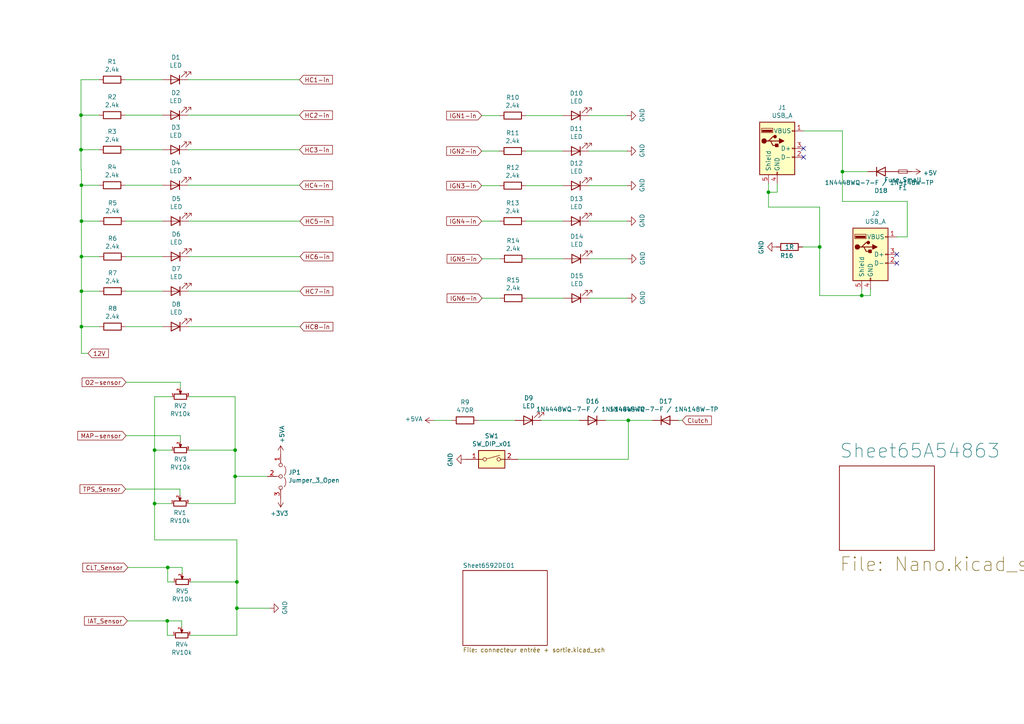
<source format=kicad_sch>
(kicad_sch
	(version 20231120)
	(generator "eeschema")
	(generator_version "8.0")
	(uuid "9ad395f1-9f8f-45c9-b340-506decf44080")
	(paper "A4")
	(lib_symbols
		(symbol "Connector:USB_A"
			(pin_names
				(offset 1.016)
			)
			(exclude_from_sim no)
			(in_bom yes)
			(on_board yes)
			(property "Reference" "J"
				(at -5.08 11.43 0)
				(effects
					(font
						(size 1.27 1.27)
					)
					(justify left)
				)
			)
			(property "Value" "USB_A"
				(at -5.08 8.89 0)
				(effects
					(font
						(size 1.27 1.27)
					)
					(justify left)
				)
			)
			(property "Footprint" ""
				(at 3.81 -1.27 0)
				(effects
					(font
						(size 1.27 1.27)
					)
					(hide yes)
				)
			)
			(property "Datasheet" " ~"
				(at 3.81 -1.27 0)
				(effects
					(font
						(size 1.27 1.27)
					)
					(hide yes)
				)
			)
			(property "Description" "USB Type A connector"
				(at 0 0 0)
				(effects
					(font
						(size 1.27 1.27)
					)
					(hide yes)
				)
			)
			(property "ki_keywords" "connector USB"
				(at 0 0 0)
				(effects
					(font
						(size 1.27 1.27)
					)
					(hide yes)
				)
			)
			(property "ki_fp_filters" "USB*"
				(at 0 0 0)
				(effects
					(font
						(size 1.27 1.27)
					)
					(hide yes)
				)
			)
			(symbol "USB_A_0_1"
				(rectangle
					(start -5.08 -7.62)
					(end 5.08 7.62)
					(stroke
						(width 0.254)
						(type default)
					)
					(fill
						(type background)
					)
				)
				(circle
					(center -3.81 2.159)
					(radius 0.635)
					(stroke
						(width 0.254)
						(type default)
					)
					(fill
						(type outline)
					)
				)
				(rectangle
					(start -1.524 4.826)
					(end -4.318 5.334)
					(stroke
						(width 0)
						(type default)
					)
					(fill
						(type outline)
					)
				)
				(rectangle
					(start -1.27 4.572)
					(end -4.572 5.842)
					(stroke
						(width 0)
						(type default)
					)
					(fill
						(type none)
					)
				)
				(circle
					(center -0.635 3.429)
					(radius 0.381)
					(stroke
						(width 0.254)
						(type default)
					)
					(fill
						(type outline)
					)
				)
				(rectangle
					(start -0.127 -7.62)
					(end 0.127 -6.858)
					(stroke
						(width 0)
						(type default)
					)
					(fill
						(type none)
					)
				)
				(polyline
					(pts
						(xy -3.175 2.159) (xy -2.54 2.159) (xy -1.27 3.429) (xy -0.635 3.429)
					)
					(stroke
						(width 0.254)
						(type default)
					)
					(fill
						(type none)
					)
				)
				(polyline
					(pts
						(xy -2.54 2.159) (xy -1.905 2.159) (xy -1.27 0.889) (xy 0 0.889)
					)
					(stroke
						(width 0.254)
						(type default)
					)
					(fill
						(type none)
					)
				)
				(polyline
					(pts
						(xy 0.635 2.794) (xy 0.635 1.524) (xy 1.905 2.159) (xy 0.635 2.794)
					)
					(stroke
						(width 0.254)
						(type default)
					)
					(fill
						(type outline)
					)
				)
				(rectangle
					(start 0.254 1.27)
					(end -0.508 0.508)
					(stroke
						(width 0.254)
						(type default)
					)
					(fill
						(type outline)
					)
				)
				(rectangle
					(start 5.08 -2.667)
					(end 4.318 -2.413)
					(stroke
						(width 0)
						(type default)
					)
					(fill
						(type none)
					)
				)
				(rectangle
					(start 5.08 -0.127)
					(end 4.318 0.127)
					(stroke
						(width 0)
						(type default)
					)
					(fill
						(type none)
					)
				)
				(rectangle
					(start 5.08 4.953)
					(end 4.318 5.207)
					(stroke
						(width 0)
						(type default)
					)
					(fill
						(type none)
					)
				)
			)
			(symbol "USB_A_1_1"
				(polyline
					(pts
						(xy -1.905 2.159) (xy 0.635 2.159)
					)
					(stroke
						(width 0.254)
						(type default)
					)
					(fill
						(type none)
					)
				)
				(pin power_in line
					(at 7.62 5.08 180)
					(length 2.54)
					(name "VBUS"
						(effects
							(font
								(size 1.27 1.27)
							)
						)
					)
					(number "1"
						(effects
							(font
								(size 1.27 1.27)
							)
						)
					)
				)
				(pin bidirectional line
					(at 7.62 -2.54 180)
					(length 2.54)
					(name "D-"
						(effects
							(font
								(size 1.27 1.27)
							)
						)
					)
					(number "2"
						(effects
							(font
								(size 1.27 1.27)
							)
						)
					)
				)
				(pin bidirectional line
					(at 7.62 0 180)
					(length 2.54)
					(name "D+"
						(effects
							(font
								(size 1.27 1.27)
							)
						)
					)
					(number "3"
						(effects
							(font
								(size 1.27 1.27)
							)
						)
					)
				)
				(pin power_in line
					(at 0 -10.16 90)
					(length 2.54)
					(name "GND"
						(effects
							(font
								(size 1.27 1.27)
							)
						)
					)
					(number "4"
						(effects
							(font
								(size 1.27 1.27)
							)
						)
					)
				)
				(pin passive line
					(at -2.54 -10.16 90)
					(length 2.54)
					(name "Shield"
						(effects
							(font
								(size 1.27 1.27)
							)
						)
					)
					(number "5"
						(effects
							(font
								(size 1.27 1.27)
							)
						)
					)
				)
			)
		)
		(symbol "Device:D"
			(pin_numbers hide)
			(pin_names
				(offset 1.016) hide)
			(exclude_from_sim no)
			(in_bom yes)
			(on_board yes)
			(property "Reference" "D"
				(at 0 2.54 0)
				(effects
					(font
						(size 1.27 1.27)
					)
				)
			)
			(property "Value" "D"
				(at 0 -2.54 0)
				(effects
					(font
						(size 1.27 1.27)
					)
				)
			)
			(property "Footprint" ""
				(at 0 0 0)
				(effects
					(font
						(size 1.27 1.27)
					)
					(hide yes)
				)
			)
			(property "Datasheet" "~"
				(at 0 0 0)
				(effects
					(font
						(size 1.27 1.27)
					)
					(hide yes)
				)
			)
			(property "Description" "Diode"
				(at 0 0 0)
				(effects
					(font
						(size 1.27 1.27)
					)
					(hide yes)
				)
			)
			(property "Sim.Device" "D"
				(at 0 0 0)
				(effects
					(font
						(size 1.27 1.27)
					)
					(hide yes)
				)
			)
			(property "Sim.Pins" "1=K 2=A"
				(at 0 0 0)
				(effects
					(font
						(size 1.27 1.27)
					)
					(hide yes)
				)
			)
			(property "ki_keywords" "diode"
				(at 0 0 0)
				(effects
					(font
						(size 1.27 1.27)
					)
					(hide yes)
				)
			)
			(property "ki_fp_filters" "TO-???* *_Diode_* *SingleDiode* D_*"
				(at 0 0 0)
				(effects
					(font
						(size 1.27 1.27)
					)
					(hide yes)
				)
			)
			(symbol "D_0_1"
				(polyline
					(pts
						(xy -1.27 1.27) (xy -1.27 -1.27)
					)
					(stroke
						(width 0.254)
						(type default)
					)
					(fill
						(type none)
					)
				)
				(polyline
					(pts
						(xy 1.27 0) (xy -1.27 0)
					)
					(stroke
						(width 0)
						(type default)
					)
					(fill
						(type none)
					)
				)
				(polyline
					(pts
						(xy 1.27 1.27) (xy 1.27 -1.27) (xy -1.27 0) (xy 1.27 1.27)
					)
					(stroke
						(width 0.254)
						(type default)
					)
					(fill
						(type none)
					)
				)
			)
			(symbol "D_1_1"
				(pin passive line
					(at -3.81 0 0)
					(length 2.54)
					(name "K"
						(effects
							(font
								(size 1.27 1.27)
							)
						)
					)
					(number "1"
						(effects
							(font
								(size 1.27 1.27)
							)
						)
					)
				)
				(pin passive line
					(at 3.81 0 180)
					(length 2.54)
					(name "A"
						(effects
							(font
								(size 1.27 1.27)
							)
						)
					)
					(number "2"
						(effects
							(font
								(size 1.27 1.27)
							)
						)
					)
				)
			)
		)
		(symbol "Device:Fuse_Small"
			(pin_numbers hide)
			(pin_names
				(offset 0.254) hide)
			(exclude_from_sim no)
			(in_bom yes)
			(on_board yes)
			(property "Reference" "F"
				(at 0 -1.524 0)
				(effects
					(font
						(size 1.27 1.27)
					)
				)
			)
			(property "Value" "Fuse_Small"
				(at 0 1.524 0)
				(effects
					(font
						(size 1.27 1.27)
					)
				)
			)
			(property "Footprint" ""
				(at 0 0 0)
				(effects
					(font
						(size 1.27 1.27)
					)
					(hide yes)
				)
			)
			(property "Datasheet" "~"
				(at 0 0 0)
				(effects
					(font
						(size 1.27 1.27)
					)
					(hide yes)
				)
			)
			(property "Description" "Fuse, small symbol"
				(at 0 0 0)
				(effects
					(font
						(size 1.27 1.27)
					)
					(hide yes)
				)
			)
			(property "ki_keywords" "fuse"
				(at 0 0 0)
				(effects
					(font
						(size 1.27 1.27)
					)
					(hide yes)
				)
			)
			(property "ki_fp_filters" "*Fuse*"
				(at 0 0 0)
				(effects
					(font
						(size 1.27 1.27)
					)
					(hide yes)
				)
			)
			(symbol "Fuse_Small_0_1"
				(rectangle
					(start -1.27 0.508)
					(end 1.27 -0.508)
					(stroke
						(width 0)
						(type default)
					)
					(fill
						(type none)
					)
				)
				(polyline
					(pts
						(xy -1.27 0) (xy 1.27 0)
					)
					(stroke
						(width 0)
						(type default)
					)
					(fill
						(type none)
					)
				)
			)
			(symbol "Fuse_Small_1_1"
				(pin passive line
					(at -2.54 0 0)
					(length 1.27)
					(name "~"
						(effects
							(font
								(size 1.27 1.27)
							)
						)
					)
					(number "1"
						(effects
							(font
								(size 1.27 1.27)
							)
						)
					)
				)
				(pin passive line
					(at 2.54 0 180)
					(length 1.27)
					(name "~"
						(effects
							(font
								(size 1.27 1.27)
							)
						)
					)
					(number "2"
						(effects
							(font
								(size 1.27 1.27)
							)
						)
					)
				)
			)
		)
		(symbol "Device:LED"
			(pin_numbers hide)
			(pin_names
				(offset 1.016) hide)
			(exclude_from_sim no)
			(in_bom yes)
			(on_board yes)
			(property "Reference" "D"
				(at 0 2.54 0)
				(effects
					(font
						(size 1.27 1.27)
					)
				)
			)
			(property "Value" "LED"
				(at 0 -2.54 0)
				(effects
					(font
						(size 1.27 1.27)
					)
				)
			)
			(property "Footprint" ""
				(at 0 0 0)
				(effects
					(font
						(size 1.27 1.27)
					)
					(hide yes)
				)
			)
			(property "Datasheet" "~"
				(at 0 0 0)
				(effects
					(font
						(size 1.27 1.27)
					)
					(hide yes)
				)
			)
			(property "Description" "Light emitting diode"
				(at 0 0 0)
				(effects
					(font
						(size 1.27 1.27)
					)
					(hide yes)
				)
			)
			(property "ki_keywords" "LED diode"
				(at 0 0 0)
				(effects
					(font
						(size 1.27 1.27)
					)
					(hide yes)
				)
			)
			(property "ki_fp_filters" "LED* LED_SMD:* LED_THT:*"
				(at 0 0 0)
				(effects
					(font
						(size 1.27 1.27)
					)
					(hide yes)
				)
			)
			(symbol "LED_0_1"
				(polyline
					(pts
						(xy -1.27 -1.27) (xy -1.27 1.27)
					)
					(stroke
						(width 0.254)
						(type default)
					)
					(fill
						(type none)
					)
				)
				(polyline
					(pts
						(xy -1.27 0) (xy 1.27 0)
					)
					(stroke
						(width 0)
						(type default)
					)
					(fill
						(type none)
					)
				)
				(polyline
					(pts
						(xy 1.27 -1.27) (xy 1.27 1.27) (xy -1.27 0) (xy 1.27 -1.27)
					)
					(stroke
						(width 0.254)
						(type default)
					)
					(fill
						(type none)
					)
				)
				(polyline
					(pts
						(xy -3.048 -0.762) (xy -4.572 -2.286) (xy -3.81 -2.286) (xy -4.572 -2.286) (xy -4.572 -1.524)
					)
					(stroke
						(width 0)
						(type default)
					)
					(fill
						(type none)
					)
				)
				(polyline
					(pts
						(xy -1.778 -0.762) (xy -3.302 -2.286) (xy -2.54 -2.286) (xy -3.302 -2.286) (xy -3.302 -1.524)
					)
					(stroke
						(width 0)
						(type default)
					)
					(fill
						(type none)
					)
				)
			)
			(symbol "LED_1_1"
				(pin passive line
					(at -3.81 0 0)
					(length 2.54)
					(name "K"
						(effects
							(font
								(size 1.27 1.27)
							)
						)
					)
					(number "1"
						(effects
							(font
								(size 1.27 1.27)
							)
						)
					)
				)
				(pin passive line
					(at 3.81 0 180)
					(length 2.54)
					(name "A"
						(effects
							(font
								(size 1.27 1.27)
							)
						)
					)
					(number "2"
						(effects
							(font
								(size 1.27 1.27)
							)
						)
					)
				)
			)
		)
		(symbol "Device:R"
			(pin_numbers hide)
			(pin_names
				(offset 0)
			)
			(exclude_from_sim no)
			(in_bom yes)
			(on_board yes)
			(property "Reference" "R"
				(at 2.032 0 90)
				(effects
					(font
						(size 1.27 1.27)
					)
				)
			)
			(property "Value" "R"
				(at 0 0 90)
				(effects
					(font
						(size 1.27 1.27)
					)
				)
			)
			(property "Footprint" ""
				(at -1.778 0 90)
				(effects
					(font
						(size 1.27 1.27)
					)
					(hide yes)
				)
			)
			(property "Datasheet" "~"
				(at 0 0 0)
				(effects
					(font
						(size 1.27 1.27)
					)
					(hide yes)
				)
			)
			(property "Description" "Resistor"
				(at 0 0 0)
				(effects
					(font
						(size 1.27 1.27)
					)
					(hide yes)
				)
			)
			(property "ki_keywords" "R res resistor"
				(at 0 0 0)
				(effects
					(font
						(size 1.27 1.27)
					)
					(hide yes)
				)
			)
			(property "ki_fp_filters" "R_*"
				(at 0 0 0)
				(effects
					(font
						(size 1.27 1.27)
					)
					(hide yes)
				)
			)
			(symbol "R_0_1"
				(rectangle
					(start -1.016 -2.54)
					(end 1.016 2.54)
					(stroke
						(width 0.254)
						(type default)
					)
					(fill
						(type none)
					)
				)
			)
			(symbol "R_1_1"
				(pin passive line
					(at 0 3.81 270)
					(length 1.27)
					(name "~"
						(effects
							(font
								(size 1.27 1.27)
							)
						)
					)
					(number "1"
						(effects
							(font
								(size 1.27 1.27)
							)
						)
					)
				)
				(pin passive line
					(at 0 -3.81 90)
					(length 1.27)
					(name "~"
						(effects
							(font
								(size 1.27 1.27)
							)
						)
					)
					(number "2"
						(effects
							(font
								(size 1.27 1.27)
							)
						)
					)
				)
			)
		)
		(symbol "SIMULATEUR 2x6 v2-rescue:+3.3V-power"
			(power)
			(pin_names
				(offset 0)
			)
			(exclude_from_sim no)
			(in_bom yes)
			(on_board yes)
			(property "Reference" "#PWR"
				(at 0 -3.81 0)
				(effects
					(font
						(size 1.27 1.27)
					)
					(hide yes)
				)
			)
			(property "Value" "power_+3.3V"
				(at 0 3.556 0)
				(effects
					(font
						(size 1.27 1.27)
					)
				)
			)
			(property "Footprint" ""
				(at 0 0 0)
				(effects
					(font
						(size 1.27 1.27)
					)
					(hide yes)
				)
			)
			(property "Datasheet" ""
				(at 0 0 0)
				(effects
					(font
						(size 1.27 1.27)
					)
					(hide yes)
				)
			)
			(property "Description" ""
				(at 0 0 0)
				(effects
					(font
						(size 1.27 1.27)
					)
					(hide yes)
				)
			)
			(symbol "+3.3V-power_0_1"
				(polyline
					(pts
						(xy -0.762 1.27) (xy 0 2.54)
					)
					(stroke
						(width 0)
						(type solid)
					)
					(fill
						(type none)
					)
				)
				(polyline
					(pts
						(xy 0 0) (xy 0 2.54)
					)
					(stroke
						(width 0)
						(type solid)
					)
					(fill
						(type none)
					)
				)
				(polyline
					(pts
						(xy 0 2.54) (xy 0.762 1.27)
					)
					(stroke
						(width 0)
						(type solid)
					)
					(fill
						(type none)
					)
				)
			)
			(symbol "+3.3V-power_1_1"
				(pin power_in line
					(at 0 0 90)
					(length 0) hide
					(name "+3V3"
						(effects
							(font
								(size 1.27 1.27)
							)
						)
					)
					(number "1"
						(effects
							(font
								(size 1.27 1.27)
							)
						)
					)
				)
			)
		)
		(symbol "SIMULATEUR 2x6 v2-rescue:+5V-power"
			(power)
			(pin_names
				(offset 0)
			)
			(exclude_from_sim no)
			(in_bom yes)
			(on_board yes)
			(property "Reference" "#PWR"
				(at 0 -3.81 0)
				(effects
					(font
						(size 1.27 1.27)
					)
					(hide yes)
				)
			)
			(property "Value" "power_+5V"
				(at 0 3.556 0)
				(effects
					(font
						(size 1.27 1.27)
					)
				)
			)
			(property "Footprint" ""
				(at 0 0 0)
				(effects
					(font
						(size 1.27 1.27)
					)
					(hide yes)
				)
			)
			(property "Datasheet" ""
				(at 0 0 0)
				(effects
					(font
						(size 1.27 1.27)
					)
					(hide yes)
				)
			)
			(property "Description" ""
				(at 0 0 0)
				(effects
					(font
						(size 1.27 1.27)
					)
					(hide yes)
				)
			)
			(symbol "+5V-power_0_1"
				(polyline
					(pts
						(xy -0.762 1.27) (xy 0 2.54)
					)
					(stroke
						(width 0)
						(type solid)
					)
					(fill
						(type none)
					)
				)
				(polyline
					(pts
						(xy 0 0) (xy 0 2.54)
					)
					(stroke
						(width 0)
						(type solid)
					)
					(fill
						(type none)
					)
				)
				(polyline
					(pts
						(xy 0 2.54) (xy 0.762 1.27)
					)
					(stroke
						(width 0)
						(type solid)
					)
					(fill
						(type none)
					)
				)
			)
			(symbol "+5V-power_1_1"
				(pin power_in line
					(at 0 0 90)
					(length 0) hide
					(name "+5V"
						(effects
							(font
								(size 1.27 1.27)
							)
						)
					)
					(number "1"
						(effects
							(font
								(size 1.27 1.27)
							)
						)
					)
				)
			)
		)
		(symbol "SIMULATEUR 2x6 v2-rescue:+5VA-power"
			(power)
			(pin_names
				(offset 0)
			)
			(exclude_from_sim no)
			(in_bom yes)
			(on_board yes)
			(property "Reference" "#PWR"
				(at 0 -3.81 0)
				(effects
					(font
						(size 1.27 1.27)
					)
					(hide yes)
				)
			)
			(property "Value" "power_+5VA"
				(at 0 3.556 0)
				(effects
					(font
						(size 1.27 1.27)
					)
				)
			)
			(property "Footprint" ""
				(at 0 0 0)
				(effects
					(font
						(size 1.27 1.27)
					)
					(hide yes)
				)
			)
			(property "Datasheet" ""
				(at 0 0 0)
				(effects
					(font
						(size 1.27 1.27)
					)
					(hide yes)
				)
			)
			(property "Description" ""
				(at 0 0 0)
				(effects
					(font
						(size 1.27 1.27)
					)
					(hide yes)
				)
			)
			(symbol "+5VA-power_0_1"
				(polyline
					(pts
						(xy -0.762 1.27) (xy 0 2.54)
					)
					(stroke
						(width 0)
						(type solid)
					)
					(fill
						(type none)
					)
				)
				(polyline
					(pts
						(xy 0 0) (xy 0 2.54)
					)
					(stroke
						(width 0)
						(type solid)
					)
					(fill
						(type none)
					)
				)
				(polyline
					(pts
						(xy 0 2.54) (xy 0.762 1.27)
					)
					(stroke
						(width 0)
						(type solid)
					)
					(fill
						(type none)
					)
				)
			)
			(symbol "+5VA-power_1_1"
				(pin power_in line
					(at 0 0 90)
					(length 0) hide
					(name "+5VA"
						(effects
							(font
								(size 1.27 1.27)
							)
						)
					)
					(number "1"
						(effects
							(font
								(size 1.27 1.27)
							)
						)
					)
				)
			)
		)
		(symbol "SIMULATEUR 2x6 v2-rescue:GND-power"
			(power)
			(pin_names
				(offset 0)
			)
			(exclude_from_sim no)
			(in_bom yes)
			(on_board yes)
			(property "Reference" "#PWR"
				(at 0 -6.35 0)
				(effects
					(font
						(size 1.27 1.27)
					)
					(hide yes)
				)
			)
			(property "Value" "power_GND"
				(at 0 -3.81 0)
				(effects
					(font
						(size 1.27 1.27)
					)
				)
			)
			(property "Footprint" ""
				(at 0 0 0)
				(effects
					(font
						(size 1.27 1.27)
					)
					(hide yes)
				)
			)
			(property "Datasheet" ""
				(at 0 0 0)
				(effects
					(font
						(size 1.27 1.27)
					)
					(hide yes)
				)
			)
			(property "Description" ""
				(at 0 0 0)
				(effects
					(font
						(size 1.27 1.27)
					)
					(hide yes)
				)
			)
			(symbol "GND-power_0_1"
				(polyline
					(pts
						(xy 0 0) (xy 0 -1.27) (xy 1.27 -1.27) (xy 0 -2.54) (xy -1.27 -1.27) (xy 0 -1.27)
					)
					(stroke
						(width 0)
						(type solid)
					)
					(fill
						(type none)
					)
				)
			)
			(symbol "GND-power_1_1"
				(pin power_in line
					(at 0 0 270)
					(length 0) hide
					(name "GND"
						(effects
							(font
								(size 1.27 1.27)
							)
						)
					)
					(number "1"
						(effects
							(font
								(size 1.27 1.27)
							)
						)
					)
				)
			)
		)
		(symbol "SIMULATEUR 2x6 v2-rescue:Jumper_3_Open-Jumper"
			(pin_names
				(offset 0) hide)
			(exclude_from_sim no)
			(in_bom yes)
			(on_board yes)
			(property "Reference" "JP"
				(at -2.54 -2.54 0)
				(effects
					(font
						(size 1.27 1.27)
					)
				)
			)
			(property "Value" "Jumper_Jumper_3_Open"
				(at 0 2.794 0)
				(effects
					(font
						(size 1.27 1.27)
					)
				)
			)
			(property "Footprint" ""
				(at 0 0 0)
				(effects
					(font
						(size 1.27 1.27)
					)
					(hide yes)
				)
			)
			(property "Datasheet" ""
				(at 0 0 0)
				(effects
					(font
						(size 1.27 1.27)
					)
					(hide yes)
				)
			)
			(property "Description" ""
				(at 0 0 0)
				(effects
					(font
						(size 1.27 1.27)
					)
					(hide yes)
				)
			)
			(property "ki_fp_filters" "Jumper* TestPoint*3Pads* TestPoint*Bridge*"
				(at 0 0 0)
				(effects
					(font
						(size 1.27 1.27)
					)
					(hide yes)
				)
			)
			(symbol "Jumper_3_Open-Jumper_0_0"
				(circle
					(center -3.302 0)
					(radius 0.508)
					(stroke
						(width 0)
						(type solid)
					)
					(fill
						(type none)
					)
				)
				(circle
					(center 0 0)
					(radius 0.508)
					(stroke
						(width 0)
						(type solid)
					)
					(fill
						(type none)
					)
				)
				(circle
					(center 3.302 0)
					(radius 0.508)
					(stroke
						(width 0)
						(type solid)
					)
					(fill
						(type none)
					)
				)
			)
			(symbol "Jumper_3_Open-Jumper_0_1"
				(arc
					(start -0.254 1.016)
					(mid -1.651 1.4992)
					(end -3.048 1.016)
					(stroke
						(width 0)
						(type solid)
					)
					(fill
						(type none)
					)
				)
				(polyline
					(pts
						(xy 0 -0.508) (xy 0 -1.27)
					)
					(stroke
						(width 0)
						(type solid)
					)
					(fill
						(type none)
					)
				)
				(arc
					(start 3.048 1.016)
					(mid 1.651 1.4992)
					(end 0.254 1.016)
					(stroke
						(width 0)
						(type solid)
					)
					(fill
						(type none)
					)
				)
			)
			(symbol "Jumper_3_Open-Jumper_1_1"
				(pin passive line
					(at -6.35 0 0)
					(length 2.54)
					(name "A"
						(effects
							(font
								(size 1.27 1.27)
							)
						)
					)
					(number "1"
						(effects
							(font
								(size 1.27 1.27)
							)
						)
					)
				)
				(pin input line
					(at 0 -3.81 90)
					(length 2.54)
					(name "C"
						(effects
							(font
								(size 1.27 1.27)
							)
						)
					)
					(number "2"
						(effects
							(font
								(size 1.27 1.27)
							)
						)
					)
				)
				(pin passive line
					(at 6.35 0 180)
					(length 2.54)
					(name "B"
						(effects
							(font
								(size 1.27 1.27)
							)
						)
					)
					(number "3"
						(effects
							(font
								(size 1.27 1.27)
							)
						)
					)
				)
			)
		)
		(symbol "SIMULATEUR 2x6 v2-rescue:R_POT_Small-Device"
			(pin_names
				(offset 1.016) hide)
			(exclude_from_sim no)
			(in_bom yes)
			(on_board yes)
			(property "Reference" "RV"
				(at -4.445 0 90)
				(effects
					(font
						(size 1.27 1.27)
					)
				)
			)
			(property "Value" "Device_R_POT_Small"
				(at -2.54 0 90)
				(effects
					(font
						(size 1.27 1.27)
					)
				)
			)
			(property "Footprint" ""
				(at 0 0 0)
				(effects
					(font
						(size 1.27 1.27)
					)
					(hide yes)
				)
			)
			(property "Datasheet" ""
				(at 0 0 0)
				(effects
					(font
						(size 1.27 1.27)
					)
					(hide yes)
				)
			)
			(property "Description" ""
				(at 0 0 0)
				(effects
					(font
						(size 1.27 1.27)
					)
					(hide yes)
				)
			)
			(property "ki_fp_filters" "Potentiometer*"
				(at 0 0 0)
				(effects
					(font
						(size 1.27 1.27)
					)
					(hide yes)
				)
			)
			(symbol "R_POT_Small-Device_0_1"
				(polyline
					(pts
						(xy 0.889 0) (xy 0.635 0) (xy 1.651 0.381) (xy 1.651 -0.381) (xy 0.635 0) (xy 0.889 0)
					)
					(stroke
						(width 0)
						(type solid)
					)
					(fill
						(type outline)
					)
				)
				(rectangle
					(start 0.762 1.8034)
					(end -0.762 -1.8034)
					(stroke
						(width 0.254)
						(type solid)
					)
					(fill
						(type none)
					)
				)
			)
			(symbol "R_POT_Small-Device_1_1"
				(pin passive line
					(at 0 2.54 270)
					(length 0.635)
					(name "1"
						(effects
							(font
								(size 0.635 0.635)
							)
						)
					)
					(number "1"
						(effects
							(font
								(size 0.635 0.635)
							)
						)
					)
				)
				(pin passive line
					(at 2.54 0 180)
					(length 0.9906)
					(name "2"
						(effects
							(font
								(size 0.635 0.635)
							)
						)
					)
					(number "2"
						(effects
							(font
								(size 0.635 0.635)
							)
						)
					)
				)
				(pin passive line
					(at 0 -2.54 90)
					(length 0.635)
					(name "3"
						(effects
							(font
								(size 0.635 0.635)
							)
						)
					)
					(number "3"
						(effects
							(font
								(size 0.635 0.635)
							)
						)
					)
				)
			)
		)
		(symbol "Switch:SW_DIP_x01"
			(pin_names
				(offset 0) hide)
			(exclude_from_sim no)
			(in_bom yes)
			(on_board yes)
			(property "Reference" "SW"
				(at 0 3.81 0)
				(effects
					(font
						(size 1.27 1.27)
					)
				)
			)
			(property "Value" "SW_DIP_x01"
				(at 0 -3.81 0)
				(effects
					(font
						(size 1.27 1.27)
					)
				)
			)
			(property "Footprint" ""
				(at 0 0 0)
				(effects
					(font
						(size 1.27 1.27)
					)
					(hide yes)
				)
			)
			(property "Datasheet" "~"
				(at 0 0 0)
				(effects
					(font
						(size 1.27 1.27)
					)
					(hide yes)
				)
			)
			(property "Description" "1x DIP Switch, Single Pole Single Throw (SPST) switch, small symbol"
				(at 0 0 0)
				(effects
					(font
						(size 1.27 1.27)
					)
					(hide yes)
				)
			)
			(property "ki_keywords" "dip switch"
				(at 0 0 0)
				(effects
					(font
						(size 1.27 1.27)
					)
					(hide yes)
				)
			)
			(property "ki_fp_filters" "SW?DIP?x1*"
				(at 0 0 0)
				(effects
					(font
						(size 1.27 1.27)
					)
					(hide yes)
				)
			)
			(symbol "SW_DIP_x01_0_0"
				(circle
					(center -2.032 0)
					(radius 0.508)
					(stroke
						(width 0)
						(type default)
					)
					(fill
						(type none)
					)
				)
				(polyline
					(pts
						(xy -1.524 0.127) (xy 2.3622 1.1684)
					)
					(stroke
						(width 0)
						(type default)
					)
					(fill
						(type none)
					)
				)
				(circle
					(center 2.032 0)
					(radius 0.508)
					(stroke
						(width 0)
						(type default)
					)
					(fill
						(type none)
					)
				)
			)
			(symbol "SW_DIP_x01_0_1"
				(rectangle
					(start -3.81 2.54)
					(end 3.81 -2.54)
					(stroke
						(width 0.254)
						(type default)
					)
					(fill
						(type background)
					)
				)
			)
			(symbol "SW_DIP_x01_1_1"
				(pin passive line
					(at -7.62 0 0)
					(length 5.08)
					(name "~"
						(effects
							(font
								(size 1.27 1.27)
							)
						)
					)
					(number "1"
						(effects
							(font
								(size 1.27 1.27)
							)
						)
					)
				)
				(pin passive line
					(at 7.62 0 180)
					(length 5.08)
					(name "~"
						(effects
							(font
								(size 1.27 1.27)
							)
						)
					)
					(number "2"
						(effects
							(font
								(size 1.27 1.27)
							)
						)
					)
				)
			)
		)
	)
	(junction
		(at 44.831 146.05)
		(diameter 0)
		(color 0 0 0 0)
		(uuid "09e36136-7cf2-4fe4-b429-cf35eb96b631")
	)
	(junction
		(at 23.622 64.135)
		(diameter 0)
		(color 0 0 0 0)
		(uuid "1961353a-28a7-45f5-92c7-441da5cc3d4e")
	)
	(junction
		(at 68.199 130.556)
		(diameter 0)
		(color 0 0 0 0)
		(uuid "2589f390-1096-4d1f-a259-bcf405a01100")
	)
	(junction
		(at 48.641 164.592)
		(diameter 0)
		(color 0 0 0 0)
		(uuid "2f13967d-6133-439d-88c6-61449f791924")
	)
	(junction
		(at 23.622 53.721)
		(diameter 0)
		(color 0 0 0 0)
		(uuid "337b3fde-2ed4-4440-8bc7-e0afc3248628")
	)
	(junction
		(at 237.744 71.628)
		(diameter 0)
		(color 0 0 0 0)
		(uuid "4e7723e7-3c7a-413a-a256-0875be523315")
	)
	(junction
		(at 44.831 130.556)
		(diameter 0)
		(color 0 0 0 0)
		(uuid "5fcb6a0c-38db-46f4-af5b-619e80fbaf71")
	)
	(junction
		(at 23.622 84.455)
		(diameter 0)
		(color 0 0 0 0)
		(uuid "6138afb4-94b5-430e-99a2-2faf537623ef")
	)
	(junction
		(at 182.245 121.92)
		(diameter 0)
		(color 0 0 0 0)
		(uuid "6415de16-0c26-400e-8fbf-5a197565e51e")
	)
	(junction
		(at 68.707 168.783)
		(diameter 0)
		(color 0 0 0 0)
		(uuid "68fd7ce0-5baa-42db-8b05-d65c7ab5823d")
	)
	(junction
		(at 222.885 55.753)
		(diameter 0)
		(color 0 0 0 0)
		(uuid "6bcd2fed-e8a8-4b25-bdde-d74506f62c7f")
	)
	(junction
		(at 68.199 138.176)
		(diameter 0)
		(color 0 0 0 0)
		(uuid "a6799f04-d7ba-4bc5-a237-f83f9524006c")
	)
	(junction
		(at 23.495 33.401)
		(diameter 0)
		(color 0 0 0 0)
		(uuid "a8838222-8d29-45eb-a6ff-7a1fa4c97d52")
	)
	(junction
		(at 23.622 74.422)
		(diameter 0)
		(color 0 0 0 0)
		(uuid "a8a3a5e8-7aab-4c9a-8160-f0a4eea201a8")
	)
	(junction
		(at 23.495 43.434)
		(diameter 0)
		(color 0 0 0 0)
		(uuid "ca359deb-9a21-47a6-ae62-2226e4b59da4")
	)
	(junction
		(at 23.622 94.742)
		(diameter 0)
		(color 0 0 0 0)
		(uuid "d54e083c-6f26-41ab-8037-cac455765e2b")
	)
	(junction
		(at 68.707 176.403)
		(diameter 0)
		(color 0 0 0 0)
		(uuid "f1b18b6a-8bf8-417c-ae22-16ec185bd4fb")
	)
	(junction
		(at 244.348 49.784)
		(diameter 0)
		(color 0 0 0 0)
		(uuid "f1f4e3c6-a1ec-479d-841c-eddedecc8ead")
	)
	(junction
		(at 249.936 85.725)
		(diameter 0)
		(color 0 0 0 0)
		(uuid "f97355b2-af04-48aa-af14-3854b4a4a7fe")
	)
	(junction
		(at 48.514 180.086)
		(diameter 0)
		(color 0 0 0 0)
		(uuid "f99fd1ae-b0d6-4702-a752-b386e610a52a")
	)
	(no_connect
		(at 260.096 73.787)
		(uuid "7b568119-59f5-4f30-bea7-9e562abe3d99")
	)
	(no_connect
		(at 233.045 45.593)
		(uuid "83f94310-9ec2-4355-957a-859cdf3537e4")
	)
	(no_connect
		(at 233.045 43.053)
		(uuid "9b60af5d-f6ef-4d28-9628-3ab6510a9ad4")
	)
	(no_connect
		(at 260.096 76.327)
		(uuid "9b854c08-540a-4a2b-a804-8f86cfbd2b54")
	)
	(wire
		(pts
			(xy 225.425 53.213) (xy 225.425 55.753)
		)
		(stroke
			(width 0)
			(type default)
		)
		(uuid "01700a23-7b41-4975-9d32-124db1dd00ec")
	)
	(wire
		(pts
			(xy 156.972 121.92) (xy 168.021 121.92)
		)
		(stroke
			(width 0)
			(type default)
		)
		(uuid "01885ff0-eb4e-466a-818d-121af55939d3")
	)
	(wire
		(pts
			(xy 44.831 130.556) (xy 49.784 130.556)
		)
		(stroke
			(width 0)
			(type default)
		)
		(uuid "0458badf-2039-4de0-8115-f5581009fbbb")
	)
	(wire
		(pts
			(xy 260.096 68.707) (xy 263.144 68.707)
		)
		(stroke
			(width 0)
			(type default)
		)
		(uuid "05e067d0-fe0f-4cdb-8856-009deaf9d810")
	)
	(wire
		(pts
			(xy 55.372 168.783) (xy 68.707 168.783)
		)
		(stroke
			(width 0)
			(type default)
		)
		(uuid "06a76444-b7b7-43fa-8dcd-31c193e5791d")
	)
	(wire
		(pts
			(xy 36.449 94.742) (xy 47.117 94.742)
		)
		(stroke
			(width 0)
			(type default)
		)
		(uuid "06ecf005-ade0-42cd-b5f1-c060c4bf39d2")
	)
	(wire
		(pts
			(xy 50.165 184.277) (xy 48.514 184.277)
		)
		(stroke
			(width 0)
			(type default)
		)
		(uuid "079dc8c9-582b-434b-a8c8-962b5af01c33")
	)
	(wire
		(pts
			(xy 244.348 49.784) (xy 244.348 37.973)
		)
		(stroke
			(width 0)
			(type default)
		)
		(uuid "0b829a76-7b62-44bd-8aed-a15c5051f4fb")
	)
	(wire
		(pts
			(xy 54.737 64.135) (xy 86.995 64.135)
		)
		(stroke
			(width 0)
			(type default)
		)
		(uuid "0b839ecf-c75d-41dc-b572-811d849c8750")
	)
	(wire
		(pts
			(xy 36.449 64.135) (xy 47.117 64.135)
		)
		(stroke
			(width 0)
			(type default)
		)
		(uuid "0dc6acc2-752d-4a26-a9b1-a1fb6b964f7c")
	)
	(wire
		(pts
			(xy 252.476 85.725) (xy 252.476 83.947)
		)
		(stroke
			(width 0)
			(type default)
		)
		(uuid "0e924f23-581b-4519-93ec-b97d39118a6f")
	)
	(wire
		(pts
			(xy 23.495 53.721) (xy 23.622 53.721)
		)
		(stroke
			(width 0)
			(type default)
		)
		(uuid "10d9209f-1d59-42e5-b2ba-4f2ace6cf3f8")
	)
	(wire
		(pts
			(xy 36.449 141.859) (xy 52.197 141.859)
		)
		(stroke
			(width 0)
			(type default)
		)
		(uuid "1154a8ef-612c-4571-82c2-396cdec41a8f")
	)
	(wire
		(pts
			(xy 48.641 168.783) (xy 48.641 164.592)
		)
		(stroke
			(width 0)
			(type default)
		)
		(uuid "15a220b6-a802-401c-8bf9-b97d32801ec6")
	)
	(wire
		(pts
			(xy 139.7 53.848) (xy 144.907 53.848)
		)
		(stroke
			(width 0)
			(type default)
		)
		(uuid "15bda26b-2967-429b-85c6-7412fbbd10b5")
	)
	(wire
		(pts
			(xy 54.61 33.401) (xy 86.868 33.401)
		)
		(stroke
			(width 0)
			(type default)
		)
		(uuid "1994708b-4a9a-4c19-b818-c0ff28e16584")
	)
	(wire
		(pts
			(xy 23.622 74.422) (xy 28.829 74.422)
		)
		(stroke
			(width 0)
			(type default)
		)
		(uuid "1a0da5a8-9339-4fb1-bf2d-e0c39868099a")
	)
	(wire
		(pts
			(xy 54.864 115.062) (xy 68.199 115.062)
		)
		(stroke
			(width 0)
			(type default)
		)
		(uuid "1a14d4a9-d461-421a-9b80-36db18d3fa9f")
	)
	(wire
		(pts
			(xy 152.527 53.848) (xy 163.195 53.848)
		)
		(stroke
			(width 0)
			(type default)
		)
		(uuid "1dac7cdb-ed2a-4da7-b4cd-294a4f52cb29")
	)
	(wire
		(pts
			(xy 139.7 33.528) (xy 144.907 33.528)
		)
		(stroke
			(width 0)
			(type default)
		)
		(uuid "1de0a843-91cb-40e8-b3af-8e7faab8baf6")
	)
	(wire
		(pts
			(xy 52.832 164.592) (xy 52.832 166.243)
		)
		(stroke
			(width 0)
			(type default)
		)
		(uuid "1f92a59c-a460-46f7-bd1d-4ee06aa5b9c9")
	)
	(wire
		(pts
			(xy 36.322 23.114) (xy 46.99 23.114)
		)
		(stroke
			(width 0)
			(type default)
		)
		(uuid "21148b92-110b-45b0-8400-e7aecfd19ec3")
	)
	(wire
		(pts
			(xy 68.707 168.783) (xy 68.707 176.403)
		)
		(stroke
			(width 0)
			(type default)
		)
		(uuid "22901aa6-7f5c-498d-b70e-478bdb61c66e")
	)
	(wire
		(pts
			(xy 244.348 58.42) (xy 244.348 49.784)
		)
		(stroke
			(width 0)
			(type default)
		)
		(uuid "22b6e812-de74-4d92-92a5-ebed2484e1dc")
	)
	(wire
		(pts
			(xy 139.7 43.815) (xy 144.907 43.815)
		)
		(stroke
			(width 0)
			(type default)
		)
		(uuid "2a0dffdb-3a8d-4c24-bb54-78b87cc28655")
	)
	(wire
		(pts
			(xy 249.936 83.947) (xy 249.936 85.725)
		)
		(stroke
			(width 0)
			(type default)
		)
		(uuid "2ad25d6b-6f0d-4356-a6d0-194b7e16e44c")
	)
	(wire
		(pts
			(xy 170.942 75.057) (xy 181.991 75.057)
		)
		(stroke
			(width 0)
			(type default)
		)
		(uuid "2b5ad398-8e14-4768-9744-f449769ee5a9")
	)
	(wire
		(pts
			(xy 23.495 33.401) (xy 28.702 33.401)
		)
		(stroke
			(width 0)
			(type default)
		)
		(uuid "2b7652b8-2910-4b55-8328-91a202946940")
	)
	(wire
		(pts
			(xy 23.622 84.455) (xy 23.622 74.422)
		)
		(stroke
			(width 0)
			(type default)
		)
		(uuid "3084283f-0ee9-4c7a-b07f-45e4a36bd640")
	)
	(wire
		(pts
			(xy 222.885 55.753) (xy 222.885 60.071)
		)
		(stroke
			(width 0)
			(type default)
		)
		(uuid "31f4ea44-a4ea-4eb6-beb6-d678b108c461")
	)
	(wire
		(pts
			(xy 139.7 64.135) (xy 144.907 64.135)
		)
		(stroke
			(width 0)
			(type default)
		)
		(uuid "327ee737-557d-4760-877b-e77b1a74a34f")
	)
	(wire
		(pts
			(xy 237.744 85.725) (xy 249.936 85.725)
		)
		(stroke
			(width 0)
			(type default)
		)
		(uuid "3515e5d8-680c-4a69-82f1-8e9b02d9c7b7")
	)
	(wire
		(pts
			(xy 23.495 23.114) (xy 28.702 23.114)
		)
		(stroke
			(width 0)
			(type default)
		)
		(uuid "3b801cac-4012-45dd-b369-e3c1849d13dd")
	)
	(wire
		(pts
			(xy 54.61 43.434) (xy 86.868 43.434)
		)
		(stroke
			(width 0)
			(type default)
		)
		(uuid "420d661a-4e82-4a1f-a6b9-8474306d12d0")
	)
	(wire
		(pts
			(xy 139.827 75.057) (xy 145.034 75.057)
		)
		(stroke
			(width 0)
			(type default)
		)
		(uuid "49d07116-d8d7-4695-890f-7b268d22613a")
	)
	(wire
		(pts
			(xy 125.857 121.92) (xy 131.064 121.92)
		)
		(stroke
			(width 0)
			(type default)
		)
		(uuid "4a22f86e-54eb-4fa0-9c94-c2708ca8c21a")
	)
	(wire
		(pts
			(xy 23.495 43.434) (xy 28.702 43.434)
		)
		(stroke
			(width 0)
			(type default)
		)
		(uuid "4bec3764-ce11-40ce-a107-e0e26db78a4b")
	)
	(wire
		(pts
			(xy 197.866 121.92) (xy 196.85 121.92)
		)
		(stroke
			(width 0)
			(type default)
		)
		(uuid "4f717119-f4b3-4fde-8e85-5c59cbe2f675")
	)
	(wire
		(pts
			(xy 23.622 64.135) (xy 23.622 53.721)
		)
		(stroke
			(width 0)
			(type default)
		)
		(uuid "51b8ce11-8a75-48f7-944a-ebc73e070392")
	)
	(wire
		(pts
			(xy 23.622 49.276) (xy 23.495 49.276)
		)
		(stroke
			(width 0)
			(type default)
		)
		(uuid "56405ab4-f7c9-4fdb-a15d-01ca8ea53c63")
	)
	(wire
		(pts
			(xy 222.885 53.213) (xy 222.885 55.753)
		)
		(stroke
			(width 0)
			(type default)
		)
		(uuid "571cc516-f7bf-4a7a-adc4-5344e93d6664")
	)
	(wire
		(pts
			(xy 182.245 121.92) (xy 189.23 121.92)
		)
		(stroke
			(width 0)
			(type default)
		)
		(uuid "5900bd29-aaa9-4391-bb09-9d00d460db47")
	)
	(wire
		(pts
			(xy 36.322 33.401) (xy 46.99 33.401)
		)
		(stroke
			(width 0)
			(type default)
		)
		(uuid "59d44e32-0f7f-4667-b92a-95e462619b28")
	)
	(wire
		(pts
			(xy 68.199 138.176) (xy 68.072 138.176)
		)
		(stroke
			(width 0)
			(type default)
		)
		(uuid "5ca4e661-e542-4463-b2fa-95c918a25340")
	)
	(wire
		(pts
			(xy 23.622 53.721) (xy 28.702 53.721)
		)
		(stroke
			(width 0)
			(type default)
		)
		(uuid "648dcae3-c4c5-4bf1-b739-ddaf6541a35d")
	)
	(wire
		(pts
			(xy 68.707 156.591) (xy 68.707 168.783)
		)
		(stroke
			(width 0)
			(type default)
		)
		(uuid "666337eb-b4db-46bf-a4d0-ca6d74676b67")
	)
	(wire
		(pts
			(xy 37.084 164.592) (xy 48.641 164.592)
		)
		(stroke
			(width 0)
			(type default)
		)
		(uuid "6809ce53-6050-4441-a181-200df17a83b9")
	)
	(wire
		(pts
			(xy 44.831 115.062) (xy 49.784 115.062)
		)
		(stroke
			(width 0)
			(type default)
		)
		(uuid "6affb755-64db-40cc-8270-bdc8aa036342")
	)
	(wire
		(pts
			(xy 44.831 146.05) (xy 44.831 156.591)
		)
		(stroke
			(width 0)
			(type default)
		)
		(uuid "6b581bc9-9913-4a23-9c33-9c93a172f85e")
	)
	(wire
		(pts
			(xy 232.791 71.628) (xy 237.744 71.628)
		)
		(stroke
			(width 0)
			(type default)
		)
		(uuid "6dd24cca-e24a-4d66-8056-cda1270f0ab5")
	)
	(wire
		(pts
			(xy 263.144 68.707) (xy 263.144 58.42)
		)
		(stroke
			(width 0)
			(type default)
		)
		(uuid "6e0d3bc7-c1ca-4bc4-bf55-63cd666c7f06")
	)
	(wire
		(pts
			(xy 23.622 64.135) (xy 28.829 64.135)
		)
		(stroke
			(width 0)
			(type default)
		)
		(uuid "6efa3561-825a-4dac-ad69-5f4877aedfd5")
	)
	(wire
		(pts
			(xy 249.936 85.725) (xy 252.476 85.725)
		)
		(stroke
			(width 0)
			(type default)
		)
		(uuid "6f9f6781-5775-4529-9b89-c2536546ade1")
	)
	(wire
		(pts
			(xy 36.322 53.721) (xy 46.99 53.721)
		)
		(stroke
			(width 0)
			(type default)
		)
		(uuid "70e93375-4a9b-48b8-97a3-eff8823324d5")
	)
	(wire
		(pts
			(xy 225.425 55.753) (xy 222.885 55.753)
		)
		(stroke
			(width 0)
			(type default)
		)
		(uuid "74a2303c-d9f2-40cd-84f3-3bbfecfcd5a3")
	)
	(wire
		(pts
			(xy 23.495 49.276) (xy 23.495 43.434)
		)
		(stroke
			(width 0)
			(type default)
		)
		(uuid "755994fe-e06a-44dc-bcc0-243f77968a74")
	)
	(wire
		(pts
			(xy 170.815 43.815) (xy 181.864 43.815)
		)
		(stroke
			(width 0)
			(type default)
		)
		(uuid "785652a5-1903-4166-b275-cde8dbd0650b")
	)
	(wire
		(pts
			(xy 182.245 121.92) (xy 182.245 133.223)
		)
		(stroke
			(width 0)
			(type default)
		)
		(uuid "7d5d2878-db6f-43a3-8356-aa563c189162")
	)
	(wire
		(pts
			(xy 44.831 130.556) (xy 44.831 146.05)
		)
		(stroke
			(width 0)
			(type default)
		)
		(uuid "7e2c9a55-b2e2-4bde-ac3a-fbdfa0270de4")
	)
	(wire
		(pts
			(xy 54.864 130.556) (xy 68.199 130.556)
		)
		(stroke
			(width 0)
			(type default)
		)
		(uuid "86a757a9-e2c4-406e-a668-a27dc5e0f60e")
	)
	(wire
		(pts
			(xy 44.831 115.062) (xy 44.831 130.556)
		)
		(stroke
			(width 0)
			(type default)
		)
		(uuid "8b26555a-e84b-41b0-b33b-a224096ef830")
	)
	(wire
		(pts
			(xy 54.737 74.422) (xy 86.995 74.422)
		)
		(stroke
			(width 0)
			(type default)
		)
		(uuid "8bcaa91f-ebf4-4b47-a809-4925e4647832")
	)
	(wire
		(pts
			(xy 52.705 180.086) (xy 52.705 181.737)
		)
		(stroke
			(width 0)
			(type default)
		)
		(uuid "8eed0432-cda1-43e2-ac73-f9f748584d1a")
	)
	(wire
		(pts
			(xy 152.654 75.057) (xy 163.322 75.057)
		)
		(stroke
			(width 0)
			(type default)
		)
		(uuid "8f02916e-cac1-493b-997c-ff7a1ab84019")
	)
	(wire
		(pts
			(xy 50.292 168.783) (xy 48.641 168.783)
		)
		(stroke
			(width 0)
			(type default)
		)
		(uuid "93505332-1ae5-4ab3-a6d3-642f7c4ff603")
	)
	(wire
		(pts
			(xy 152.527 64.135) (xy 163.195 64.135)
		)
		(stroke
			(width 0)
			(type default)
		)
		(uuid "95156a1a-cc13-4a72-90f3-fdba80bfd394")
	)
	(wire
		(pts
			(xy 52.324 126.365) (xy 52.324 128.016)
		)
		(stroke
			(width 0)
			(type default)
		)
		(uuid "963f9d95-557d-4d83-8f4d-86b7de84ef8f")
	)
	(wire
		(pts
			(xy 68.199 115.062) (xy 68.199 130.556)
		)
		(stroke
			(width 0)
			(type default)
		)
		(uuid "974a8327-4887-4c1f-ad9c-bb08acd3a686")
	)
	(wire
		(pts
			(xy 68.199 138.176) (xy 68.199 146.05)
		)
		(stroke
			(width 0)
			(type default)
		)
		(uuid "990ab4a3-83c6-42e3-bfc5-94fbe534598f")
	)
	(wire
		(pts
			(xy 36.576 126.365) (xy 52.324 126.365)
		)
		(stroke
			(width 0)
			(type default)
		)
		(uuid "9c733ac9-9ed3-448a-b639-878d2788f1ed")
	)
	(wire
		(pts
			(xy 36.322 43.434) (xy 46.99 43.434)
		)
		(stroke
			(width 0)
			(type default)
		)
		(uuid "9f2f4ce2-d13c-4032-8356-de9fd6d5ad1d")
	)
	(wire
		(pts
			(xy 152.527 33.528) (xy 163.195 33.528)
		)
		(stroke
			(width 0)
			(type default)
		)
		(uuid "a0b88509-475b-492e-a76a-fae3c310af27")
	)
	(wire
		(pts
			(xy 23.495 33.401) (xy 23.495 23.114)
		)
		(stroke
			(width 0)
			(type default)
		)
		(uuid "a1dce524-2e6b-474a-ab9e-9447eaac55f1")
	)
	(wire
		(pts
			(xy 48.641 164.592) (xy 52.832 164.592)
		)
		(stroke
			(width 0)
			(type default)
		)
		(uuid "a24e6461-82c2-4e92-8d79-00c05aa07a34")
	)
	(wire
		(pts
			(xy 23.622 102.489) (xy 23.622 94.742)
		)
		(stroke
			(width 0)
			(type default)
		)
		(uuid "a319ae66-247b-4e4c-85e6-c37f7e9b38ba")
	)
	(wire
		(pts
			(xy 52.197 141.859) (xy 52.197 143.51)
		)
		(stroke
			(width 0)
			(type default)
		)
		(uuid "a3bd5900-6c49-41a3-9bc7-7c2ab2c245db")
	)
	(wire
		(pts
			(xy 237.744 60.071) (xy 237.744 71.628)
		)
		(stroke
			(width 0)
			(type default)
		)
		(uuid "a65fd6b4-594c-4d10-a9ec-6e96035b4dbc")
	)
	(wire
		(pts
			(xy 170.815 53.848) (xy 181.864 53.848)
		)
		(stroke
			(width 0)
			(type default)
		)
		(uuid "aacada8c-47ba-4e87-acb7-ae612b9ae1f7")
	)
	(wire
		(pts
			(xy 23.622 74.422) (xy 23.622 64.135)
		)
		(stroke
			(width 0)
			(type default)
		)
		(uuid "ad80d0fc-bcea-41cd-ab3c-ab2a0aa3de62")
	)
	(wire
		(pts
			(xy 54.61 23.114) (xy 86.868 23.114)
		)
		(stroke
			(width 0)
			(type default)
		)
		(uuid "aefe2e08-c9cf-4975-914b-09e4d0d963a3")
	)
	(wire
		(pts
			(xy 54.737 146.05) (xy 68.199 146.05)
		)
		(stroke
			(width 0)
			(type default)
		)
		(uuid "aefe487d-2027-4e8f-b080-59b7cc5e5413")
	)
	(wire
		(pts
			(xy 52.324 110.871) (xy 52.324 112.522)
		)
		(stroke
			(width 0)
			(type default)
		)
		(uuid "b07d7f15-2052-4115-9a1b-d43ab21c49c0")
	)
	(wire
		(pts
			(xy 263.144 58.42) (xy 244.348 58.42)
		)
		(stroke
			(width 0)
			(type default)
		)
		(uuid "b2ad8d94-734b-46a7-8d7a-7eca092fbb5a")
	)
	(wire
		(pts
			(xy 170.942 86.487) (xy 181.991 86.487)
		)
		(stroke
			(width 0)
			(type default)
		)
		(uuid "b4798be5-59d6-434b-bd43-4b0bb3696c17")
	)
	(wire
		(pts
			(xy 244.348 37.973) (xy 233.045 37.973)
		)
		(stroke
			(width 0)
			(type default)
		)
		(uuid "b9c21bba-a065-466f-b9b2-e75ffdf3868b")
	)
	(wire
		(pts
			(xy 68.199 130.556) (xy 68.199 138.176)
		)
		(stroke
			(width 0)
			(type default)
		)
		(uuid "bd3aeb2c-06a7-482b-bdeb-68ff772a604d")
	)
	(wire
		(pts
			(xy 23.495 43.434) (xy 23.495 33.401)
		)
		(stroke
			(width 0)
			(type default)
		)
		(uuid "be743568-fa65-4650-b091-33c3ebca7fa6")
	)
	(wire
		(pts
			(xy 170.815 33.528) (xy 181.864 33.528)
		)
		(stroke
			(width 0)
			(type default)
		)
		(uuid "c40d22ad-2740-4530-afba-a8a99c2b99d0")
	)
	(wire
		(pts
			(xy 36.957 180.086) (xy 48.514 180.086)
		)
		(stroke
			(width 0)
			(type default)
		)
		(uuid "c56af83c-34fc-4bd9-8582-bad278f14602")
	)
	(wire
		(pts
			(xy 44.831 156.591) (xy 68.707 156.591)
		)
		(stroke
			(width 0)
			(type default)
		)
		(uuid "c68879c2-fc7a-47c4-9662-0cf31977315f")
	)
	(wire
		(pts
			(xy 54.737 94.742) (xy 86.995 94.742)
		)
		(stroke
			(width 0)
			(type default)
		)
		(uuid "c895d306-55dd-4070-9b5e-745b8879fd85")
	)
	(wire
		(pts
			(xy 77.597 138.176) (xy 68.199 138.176)
		)
		(stroke
			(width 0)
			(type default)
		)
		(uuid "ca59ee15-ee42-45db-a115-e4180d9cce3b")
	)
	(wire
		(pts
			(xy 222.885 60.071) (xy 237.744 60.071)
		)
		(stroke
			(width 0)
			(type default)
		)
		(uuid "cc2327d1-d717-4173-b813-c0a18b86f5c4")
	)
	(wire
		(pts
			(xy 23.622 84.455) (xy 28.829 84.455)
		)
		(stroke
			(width 0)
			(type default)
		)
		(uuid "cdffba46-a132-4f69-9d9b-758d01557292")
	)
	(wire
		(pts
			(xy 54.737 84.455) (xy 86.995 84.455)
		)
		(stroke
			(width 0)
			(type default)
		)
		(uuid "cf2fdc2c-ec3b-43fe-9af7-078eb07c25b5")
	)
	(wire
		(pts
			(xy 23.622 94.742) (xy 28.829 94.742)
		)
		(stroke
			(width 0)
			(type default)
		)
		(uuid "d63123d1-f225-41be-979d-0ab52bb569ef")
	)
	(wire
		(pts
			(xy 23.622 94.742) (xy 23.622 84.455)
		)
		(stroke
			(width 0)
			(type default)
		)
		(uuid "d7c9bbde-8059-4efc-8a00-41cc3be9834b")
	)
	(wire
		(pts
			(xy 25.527 102.489) (xy 23.622 102.489)
		)
		(stroke
			(width 0)
			(type default)
		)
		(uuid "db0167e2-a63d-42aa-b1b3-d83f1e9b4345")
	)
	(wire
		(pts
			(xy 68.707 176.403) (xy 68.707 184.277)
		)
		(stroke
			(width 0)
			(type default)
		)
		(uuid "dbde7c6d-c4ef-4a23-a947-59d4295a2067")
	)
	(wire
		(pts
			(xy 48.514 180.086) (xy 52.705 180.086)
		)
		(stroke
			(width 0)
			(type default)
		)
		(uuid "de323933-3042-42a4-bd8e-6ee3f61dc0ed")
	)
	(wire
		(pts
			(xy 175.641 121.92) (xy 182.245 121.92)
		)
		(stroke
			(width 0)
			(type default)
		)
		(uuid "dfa63acb-47df-4209-8ae1-92cc10b21ae9")
	)
	(wire
		(pts
			(xy 152.527 43.815) (xy 163.195 43.815)
		)
		(stroke
			(width 0)
			(type default)
		)
		(uuid "e0543e9e-3e04-4496-8b22-ced554820e02")
	)
	(wire
		(pts
			(xy 44.831 146.05) (xy 49.657 146.05)
		)
		(stroke
			(width 0)
			(type default)
		)
		(uuid "e4dffa04-739b-456e-bf58-22b87a23b658")
	)
	(wire
		(pts
			(xy 48.514 184.277) (xy 48.514 180.086)
		)
		(stroke
			(width 0)
			(type default)
		)
		(uuid "e65d1497-1d79-4218-b094-191769b8ba4a")
	)
	(wire
		(pts
			(xy 36.576 110.871) (xy 52.324 110.871)
		)
		(stroke
			(width 0)
			(type default)
		)
		(uuid "eaa3ce0d-35a0-4ac0-9151-90908737b89a")
	)
	(wire
		(pts
			(xy 139.827 86.487) (xy 145.034 86.487)
		)
		(stroke
			(width 0)
			(type default)
		)
		(uuid "eb4bbc97-8ca8-49d9-84f9-44e8db855c2b")
	)
	(wire
		(pts
			(xy 138.684 121.92) (xy 149.352 121.92)
		)
		(stroke
			(width 0)
			(type default)
		)
		(uuid "ec6b3399-7eed-4205-a7d8-76d013863f85")
	)
	(wire
		(pts
			(xy 36.449 84.455) (xy 47.117 84.455)
		)
		(stroke
			(width 0)
			(type default)
		)
		(uuid "f04a317b-f7bc-4448-9e34-d5680e47547e")
	)
	(wire
		(pts
			(xy 23.622 53.721) (xy 23.622 49.276)
		)
		(stroke
			(width 0)
			(type default)
		)
		(uuid "f181c31b-afa7-4ef0-9b19-86d391790722")
	)
	(wire
		(pts
			(xy 152.654 86.487) (xy 163.322 86.487)
		)
		(stroke
			(width 0)
			(type default)
		)
		(uuid "f2fd3c8b-30c5-4319-acc7-880fdc317caf")
	)
	(wire
		(pts
			(xy 170.815 64.135) (xy 181.864 64.135)
		)
		(stroke
			(width 0)
			(type default)
		)
		(uuid "f3a3a897-c64c-4ad4-be7b-5ff363ff9776")
	)
	(wire
		(pts
			(xy 55.245 184.277) (xy 68.707 184.277)
		)
		(stroke
			(width 0)
			(type default)
		)
		(uuid "f3c4b5c3-cd2f-405d-ac13-0f8bf6e863b2")
	)
	(wire
		(pts
			(xy 36.449 74.422) (xy 47.117 74.422)
		)
		(stroke
			(width 0)
			(type default)
		)
		(uuid "f576e43b-b4a8-49e8-8453-1b74069ad04d")
	)
	(wire
		(pts
			(xy 237.744 71.628) (xy 237.744 85.725)
		)
		(stroke
			(width 0)
			(type default)
		)
		(uuid "f7ea53e6-33c5-49c5-8c78-5aee8a88b080")
	)
	(wire
		(pts
			(xy 78.232 176.403) (xy 68.707 176.403)
		)
		(stroke
			(width 0)
			(type default)
		)
		(uuid "fb1d45e7-1a1e-4ce2-af48-6e53a6edb6c4")
	)
	(wire
		(pts
			(xy 150.241 133.223) (xy 182.245 133.223)
		)
		(stroke
			(width 0)
			(type default)
		)
		(uuid "fc0619d6-a20f-4305-a7e7-afbfc5e138a4")
	)
	(wire
		(pts
			(xy 251.714 49.784) (xy 244.348 49.784)
		)
		(stroke
			(width 0)
			(type default)
		)
		(uuid "fd8f62aa-c7ff-4cb6-a2ca-3f738e5f333d")
	)
	(wire
		(pts
			(xy 54.61 53.721) (xy 86.868 53.721)
		)
		(stroke
			(width 0)
			(type default)
		)
		(uuid "fdd6c732-1e53-43bf-8f35-eaa553c34ecb")
	)
	(global_label "IGN3-in"
		(shape input)
		(at 139.7 53.848 180)
		(effects
			(font
				(size 1.27 1.27)
			)
			(justify right)
		)
		(uuid "0cb6d67d-9e96-4089-9c0c-e36ea60ff001")
		(property "Intersheetrefs" "${INTERSHEET_REFS}"
			(at 139.7 53.848 0)
			(effects
				(font
					(size 1.27 1.27)
				)
				(hide yes)
			)
		)
	)
	(global_label "IGN4-in"
		(shape input)
		(at 139.7 64.135 180)
		(effects
			(font
				(size 1.27 1.27)
			)
			(justify right)
		)
		(uuid "0fb99656-80ef-4018-afaa-76427bf5941e")
		(property "Intersheetrefs" "${INTERSHEET_REFS}"
			(at 139.7 64.135 0)
			(effects
				(font
					(size 1.27 1.27)
				)
				(hide yes)
			)
		)
	)
	(global_label "Clutch"
		(shape input)
		(at 197.866 121.92 0)
		(effects
			(font
				(size 1.27 1.27)
			)
			(justify left)
		)
		(uuid "175b17e8-15b9-4d4e-a678-8545210400da")
		(property "Intersheetrefs" "${INTERSHEET_REFS}"
			(at 197.866 121.92 0)
			(effects
				(font
					(size 1.27 1.27)
				)
				(hide yes)
			)
		)
	)
	(global_label "HC8-in"
		(shape input)
		(at 86.995 94.742 0)
		(effects
			(font
				(size 1.27 1.27)
			)
			(justify left)
		)
		(uuid "1b27a1be-0a8a-4e02-910f-cdf5f24c2535")
		(property "Intersheetrefs" "${INTERSHEET_REFS}"
			(at 86.995 94.742 0)
			(effects
				(font
					(size 1.27 1.27)
				)
				(hide yes)
			)
		)
	)
	(global_label "HC4-in"
		(shape input)
		(at 86.868 53.721 0)
		(effects
			(font
				(size 1.27 1.27)
			)
			(justify left)
		)
		(uuid "26aec99e-ac3d-4887-9df0-9be693b6c4c7")
		(property "Intersheetrefs" "${INTERSHEET_REFS}"
			(at 86.868 53.721 0)
			(effects
				(font
					(size 1.27 1.27)
				)
				(hide yes)
			)
		)
	)
	(global_label "IGN1-in"
		(shape input)
		(at 139.7 33.528 180)
		(effects
			(font
				(size 1.27 1.27)
			)
			(justify right)
		)
		(uuid "4059138e-861e-4653-991d-67d5b7a4d244")
		(property "Intersheetrefs" "${INTERSHEET_REFS}"
			(at 139.7 33.528 0)
			(effects
				(font
					(size 1.27 1.27)
				)
				(hide yes)
			)
		)
	)
	(global_label "HC1-in"
		(shape input)
		(at 86.868 23.114 0)
		(effects
			(font
				(size 1.27 1.27)
			)
			(justify left)
		)
		(uuid "4fd357b7-df9a-4d0c-8c36-2424023b60f6")
		(property "Intersheetrefs" "${INTERSHEET_REFS}"
			(at 86.868 23.114 0)
			(effects
				(font
					(size 1.27 1.27)
				)
				(hide yes)
			)
		)
	)
	(global_label "HC3-in"
		(shape input)
		(at 86.868 43.434 0)
		(effects
			(font
				(size 1.27 1.27)
			)
			(justify left)
		)
		(uuid "5d27b2ec-46b5-478c-ae9f-db4f2e47975b")
		(property "Intersheetrefs" "${INTERSHEET_REFS}"
			(at 86.868 43.434 0)
			(effects
				(font
					(size 1.27 1.27)
				)
				(hide yes)
			)
		)
	)
	(global_label "HC5-in"
		(shape input)
		(at 86.995 64.135 0)
		(effects
			(font
				(size 1.27 1.27)
			)
			(justify left)
		)
		(uuid "6a9e3ef7-b5c1-465b-805f-22ba77663429")
		(property "Intersheetrefs" "${INTERSHEET_REFS}"
			(at 86.995 64.135 0)
			(effects
				(font
					(size 1.27 1.27)
				)
				(hide yes)
			)
		)
	)
	(global_label "MAP-sensor"
		(shape input)
		(at 36.576 126.365 180)
		(effects
			(font
				(size 1.27 1.27)
			)
			(justify right)
		)
		(uuid "6e2ba453-454b-41fc-a9b9-6be164371cd2")
		(property "Intersheetrefs" "${INTERSHEET_REFS}"
			(at 36.576 126.365 0)
			(effects
				(font
					(size 1.27 1.27)
				)
				(hide yes)
			)
		)
	)
	(global_label "HC7-in"
		(shape input)
		(at 86.995 84.455 0)
		(effects
			(font
				(size 1.27 1.27)
			)
			(justify left)
		)
		(uuid "7109db8a-e3be-4e3c-9c54-5012d49c6b04")
		(property "Intersheetrefs" "${INTERSHEET_REFS}"
			(at 86.995 84.455 0)
			(effects
				(font
					(size 1.27 1.27)
				)
				(hide yes)
			)
		)
	)
	(global_label "IAT_Sensor"
		(shape input)
		(at 36.957 180.086 180)
		(effects
			(font
				(size 1.27 1.27)
			)
			(justify right)
		)
		(uuid "85078ff7-686e-4e6c-bdf2-1ca126ebfa84")
		(property "Intersheetrefs" "${INTERSHEET_REFS}"
			(at 36.957 180.086 0)
			(effects
				(font
					(size 1.27 1.27)
				)
				(hide yes)
			)
		)
	)
	(global_label "IGN2-in"
		(shape input)
		(at 139.7 43.815 180)
		(effects
			(font
				(size 1.27 1.27)
			)
			(justify right)
		)
		(uuid "9a5fcc75-d42d-4e42-9ba2-1163679b84dd")
		(property "Intersheetrefs" "${INTERSHEET_REFS}"
			(at 139.7 43.815 0)
			(effects
				(font
					(size 1.27 1.27)
				)
				(hide yes)
			)
		)
	)
	(global_label "IGN6-in"
		(shape input)
		(at 139.827 86.487 180)
		(effects
			(font
				(size 1.27 1.27)
			)
			(justify right)
		)
		(uuid "9a68bf38-f211-4ed9-89e2-d9ef893b89d0")
		(property "Intersheetrefs" "${INTERSHEET_REFS}"
			(at 139.827 86.487 0)
			(effects
				(font
					(size 1.27 1.27)
				)
				(hide yes)
			)
		)
	)
	(global_label "O2-sensor"
		(shape input)
		(at 36.576 110.871 180)
		(effects
			(font
				(size 1.27 1.27)
			)
			(justify right)
		)
		(uuid "9c6e665b-8140-474b-9a1a-de75c44afede")
		(property "Intersheetrefs" "${INTERSHEET_REFS}"
			(at 36.576 110.871 0)
			(effects
				(font
					(size 1.27 1.27)
				)
				(hide yes)
			)
		)
	)
	(global_label "IGN5-in"
		(shape input)
		(at 139.827 75.057 180)
		(effects
			(font
				(size 1.27 1.27)
			)
			(justify right)
		)
		(uuid "9e01845e-79bd-4de7-b6c0-c1245e215915")
		(property "Intersheetrefs" "${INTERSHEET_REFS}"
			(at 139.827 75.057 0)
			(effects
				(font
					(size 1.27 1.27)
				)
				(hide yes)
			)
		)
	)
	(global_label "12V"
		(shape input)
		(at 25.527 102.489 0)
		(effects
			(font
				(size 1.27 1.27)
			)
			(justify left)
		)
		(uuid "ab34bd04-b64e-414c-bed6-f256458ded68")
		(property "Intersheetrefs" "${INTERSHEET_REFS}"
			(at 25.527 102.489 0)
			(effects
				(font
					(size 1.27 1.27)
				)
				(hide yes)
			)
		)
	)
	(global_label "HC6-in"
		(shape input)
		(at 86.995 74.422 0)
		(effects
			(font
				(size 1.27 1.27)
			)
			(justify left)
		)
		(uuid "d2c8a0c7-e8bd-449d-9101-17b9f1ed4b8a")
		(property "Intersheetrefs" "${INTERSHEET_REFS}"
			(at 86.995 74.422 0)
			(effects
				(font
					(size 1.27 1.27)
				)
				(hide yes)
			)
		)
	)
	(global_label "HC2-in"
		(shape input)
		(at 86.868 33.401 0)
		(effects
			(font
				(size 1.27 1.27)
			)
			(justify left)
		)
		(uuid "dded1025-f618-4d49-82a4-26d64544b944")
		(property "Intersheetrefs" "${INTERSHEET_REFS}"
			(at 86.868 33.401 0)
			(effects
				(font
					(size 1.27 1.27)
				)
				(hide yes)
			)
		)
	)
	(global_label "CLT_Sensor"
		(shape input)
		(at 37.084 164.592 180)
		(effects
			(font
				(size 1.27 1.27)
			)
			(justify right)
		)
		(uuid "e5b2c136-df55-4e35-bcc8-77aa9b1383b5")
		(property "Intersheetrefs" "${INTERSHEET_REFS}"
			(at 37.084 164.592 0)
			(effects
				(font
					(size 1.27 1.27)
				)
				(hide yes)
			)
		)
	)
	(global_label "TPS_Sensor"
		(shape input)
		(at 36.449 141.859 180)
		(effects
			(font
				(size 1.27 1.27)
			)
			(justify right)
		)
		(uuid "f601eb2a-cfd9-43d0-961f-848d49a7e998")
		(property "Intersheetrefs" "${INTERSHEET_REFS}"
			(at 36.449 141.859 0)
			(effects
				(font
					(size 1.27 1.27)
				)
				(hide yes)
			)
		)
	)
	(symbol
		(lib_id "Connector:USB_A")
		(at 225.425 43.053 0)
		(unit 1)
		(exclude_from_sim no)
		(in_bom yes)
		(on_board yes)
		(dnp no)
		(uuid "00000000-0000-0000-0000-00006597629b")
		(property "Reference" "J1"
			(at 226.8728 31.1912 0)
			(effects
				(font
					(size 1.27 1.27)
				)
			)
		)
		(property "Value" "USB_A"
			(at 226.8728 33.5026 0)
			(effects
				(font
					(size 1.27 1.27)
				)
			)
		)
		(property "Footprint" "Connector_USB:USB_A_CONNFLY_DS1095-WNR0"
			(at 229.235 44.323 0)
			(effects
				(font
					(size 1.27 1.27)
				)
				(hide yes)
			)
		)
		(property "Datasheet" " ~"
			(at 229.235 44.323 0)
			(effects
				(font
					(size 1.27 1.27)
				)
				(hide yes)
			)
		)
		(property "Description" "///////////////////////////"
			(at 225.425 43.053 0)
			(effects
				(font
					(size 1.27 1.27)
				)
				(hide yes)
			)
		)
		(pin "2"
			(uuid "ec9cb769-e7cc-4ab5-828d-e631bb891424")
		)
		(pin "4"
			(uuid "cc212682-8093-4e7c-819e-1e6b6c61c5e1")
		)
		(pin "5"
			(uuid "0b2eb159-f848-4b83-98e0-dbbda3ad76db")
		)
		(pin "1"
			(uuid "24c1243b-e3a3-42cd-b904-dea681260c09")
		)
		(pin "3"
			(uuid "3240fda7-0bc0-496e-9eba-e4340bdfa322")
		)
		(instances
			(project "SIMULATEUR 2x6 v2"
				(path "/9ad395f1-9f8f-45c9-b340-506decf44080"
					(reference "J1")
					(unit 1)
				)
			)
		)
	)
	(symbol
		(lib_id "SIMULATEUR 2x6 v2-rescue:GND-power")
		(at 135.001 133.223 270)
		(unit 1)
		(exclude_from_sim no)
		(in_bom yes)
		(on_board yes)
		(dnp no)
		(uuid "00000000-0000-0000-0000-000065983261")
		(property "Reference" "#PWR?"
			(at 128.651 133.223 0)
			(effects
				(font
					(size 1.27 1.27)
				)
				(hide yes)
			)
		)
		(property "Value" "GND"
			(at 130.6068 133.35 0)
			(effects
				(font
					(size 1.27 1.27)
				)
			)
		)
		(property "Footprint" ""
			(at 135.001 133.223 0)
			(effects
				(font
					(size 1.27 1.27)
				)
				(hide yes)
			)
		)
		(property "Datasheet" ""
			(at 135.001 133.223 0)
			(effects
				(font
					(size 1.27 1.27)
				)
				(hide yes)
			)
		)
		(property "Description" ""
			(at 135.001 133.223 0)
			(effects
				(font
					(size 1.27 1.27)
				)
				(hide yes)
			)
		)
		(pin "1"
			(uuid "7b88f472-793b-44a9-83b7-5d59b98eab22")
		)
		(instances
			(project "SIMULATEUR 2x6 v2"
				(path "/9ad395f1-9f8f-45c9-b340-506decf44080"
					(reference "#PWR013")
					(unit 1)
				)
			)
		)
	)
	(symbol
		(lib_id "Device:R")
		(at 32.512 23.114 270)
		(unit 1)
		(exclude_from_sim no)
		(in_bom yes)
		(on_board yes)
		(dnp no)
		(uuid "00000000-0000-0000-0000-0000659920ed")
		(property "Reference" "R1"
			(at 32.512 17.8562 90)
			(effects
				(font
					(size 1.27 1.27)
				)
			)
		)
		(property "Value" "2.4k"
			(at 32.512 20.1676 90)
			(effects
				(font
					(size 1.27 1.27)
				)
			)
		)
		(property "Footprint" "Resistor_SMD:R_0805_2012Metric_Pad1.20x1.40mm_HandSolder"
			(at 32.512 21.336 90)
			(effects
				(font
					(size 1.27 1.27)
				)
				(hide yes)
			)
		)
		(property "Datasheet" "~"
			(at 32.512 23.114 0)
			(effects
				(font
					(size 1.27 1.27)
				)
				(hide yes)
			)
		)
		(property "Description" "CR0805-FX-2401ELF"
			(at 32.512 23.114 0)
			(effects
				(font
					(size 1.27 1.27)
				)
				(hide yes)
			)
		)
		(pin "2"
			(uuid "8b8db4ce-721b-4efd-bd30-eb15eb1a6957")
		)
		(pin "1"
			(uuid "4316ae5b-d9ad-467b-b736-b3e25f26704e")
		)
		(instances
			(project "SIMULATEUR 2x6 v2"
				(path "/9ad395f1-9f8f-45c9-b340-506decf44080"
					(reference "R1")
					(unit 1)
				)
			)
		)
	)
	(symbol
		(lib_id "Device:LED")
		(at 50.8 23.114 180)
		(unit 1)
		(exclude_from_sim no)
		(in_bom yes)
		(on_board yes)
		(dnp no)
		(uuid "00000000-0000-0000-0000-000065992681")
		(property "Reference" "D1"
			(at 50.9778 16.637 0)
			(effects
				(font
					(size 1.27 1.27)
				)
			)
		)
		(property "Value" "LED"
			(at 50.9778 18.9484 0)
			(effects
				(font
					(size 1.27 1.27)
				)
			)
		)
		(property "Footprint" "LED_SMD:LED_1206_3216Metric_Pad1.42x1.75m_discret_HandSolder"
			(at 50.8 23.114 0)
			(effects
				(font
					(size 1.27 1.27)
				)
				(hide yes)
			)
		)
		(property "Datasheet" "~"
			(at 50.8 23.114 0)
			(effects
				(font
					(size 1.27 1.27)
				)
				(hide yes)
			)
		)
		(property "Description" "///////////////////////////"
			(at 50.8 23.114 0)
			(effects
				(font
					(size 1.27 1.27)
				)
				(hide yes)
			)
		)
		(pin "2"
			(uuid "ffd17455-df45-4e71-b11a-93829e40ce6d")
		)
		(pin "1"
			(uuid "eb94fb2c-447b-4fb1-ab77-8095c457d3cb")
		)
		(instances
			(project "SIMULATEUR 2x6 v2"
				(path "/9ad395f1-9f8f-45c9-b340-506decf44080"
					(reference "D1")
					(unit 1)
				)
			)
		)
	)
	(symbol
		(lib_id "Device:R")
		(at 32.512 33.401 270)
		(unit 1)
		(exclude_from_sim no)
		(in_bom yes)
		(on_board yes)
		(dnp no)
		(uuid "00000000-0000-0000-0000-000065997c75")
		(property "Reference" "R2"
			(at 32.512 28.1432 90)
			(effects
				(font
					(size 1.27 1.27)
				)
			)
		)
		(property "Value" "2.4k"
			(at 32.512 30.4546 90)
			(effects
				(font
					(size 1.27 1.27)
				)
			)
		)
		(property "Footprint" "Resistor_SMD:R_0805_2012Metric_Pad1.20x1.40mm_HandSolder"
			(at 32.512 31.623 90)
			(effects
				(font
					(size 1.27 1.27)
				)
				(hide yes)
			)
		)
		(property "Datasheet" "~"
			(at 32.512 33.401 0)
			(effects
				(font
					(size 1.27 1.27)
				)
				(hide yes)
			)
		)
		(property "Description" "CR0805-FX-2401ELF"
			(at 32.512 33.401 0)
			(effects
				(font
					(size 1.27 1.27)
				)
				(hide yes)
			)
		)
		(pin "2"
			(uuid "d46730df-f462-4784-b429-1775dc325978")
		)
		(pin "1"
			(uuid "b30266a0-6119-4db4-a5f9-800b479e821a")
		)
		(instances
			(project "SIMULATEUR 2x6 v2"
				(path "/9ad395f1-9f8f-45c9-b340-506decf44080"
					(reference "R2")
					(unit 1)
				)
			)
		)
	)
	(symbol
		(lib_id "Device:LED")
		(at 50.8 33.401 180)
		(unit 1)
		(exclude_from_sim no)
		(in_bom yes)
		(on_board yes)
		(dnp no)
		(uuid "00000000-0000-0000-0000-000065997c80")
		(property "Reference" "D2"
			(at 50.9778 26.924 0)
			(effects
				(font
					(size 1.27 1.27)
				)
			)
		)
		(property "Value" "LED"
			(at 50.9778 29.2354 0)
			(effects
				(font
					(size 1.27 1.27)
				)
			)
		)
		(property "Footprint" "LED_SMD:LED_1206_3216Metric_Pad1.42x1.75m_discret_HandSolder"
			(at 50.8 33.401 0)
			(effects
				(font
					(size 1.27 1.27)
				)
				(hide yes)
			)
		)
		(property "Datasheet" "~"
			(at 50.8 33.401 0)
			(effects
				(font
					(size 1.27 1.27)
				)
				(hide yes)
			)
		)
		(property "Description" "///////////////////////////"
			(at 50.8 33.401 0)
			(effects
				(font
					(size 1.27 1.27)
				)
				(hide yes)
			)
		)
		(pin "2"
			(uuid "420deb88-3f64-481d-ac2a-b060aa12ce94")
		)
		(pin "1"
			(uuid "ea35644b-6e98-417b-b419-531025c90180")
		)
		(instances
			(project "SIMULATEUR 2x6 v2"
				(path "/9ad395f1-9f8f-45c9-b340-506decf44080"
					(reference "D2")
					(unit 1)
				)
			)
		)
	)
	(symbol
		(lib_id "Device:R")
		(at 32.512 43.434 270)
		(unit 1)
		(exclude_from_sim no)
		(in_bom yes)
		(on_board yes)
		(dnp no)
		(uuid "00000000-0000-0000-0000-000065999191")
		(property "Reference" "R3"
			(at 32.512 38.1762 90)
			(effects
				(font
					(size 1.27 1.27)
				)
			)
		)
		(property "Value" "2.4k"
			(at 32.512 40.4876 90)
			(effects
				(font
					(size 1.27 1.27)
				)
			)
		)
		(property "Footprint" "Resistor_SMD:R_0805_2012Metric_Pad1.20x1.40mm_HandSolder"
			(at 32.512 41.656 90)
			(effects
				(font
					(size 1.27 1.27)
				)
				(hide yes)
			)
		)
		(property "Datasheet" "~"
			(at 32.512 43.434 0)
			(effects
				(font
					(size 1.27 1.27)
				)
				(hide yes)
			)
		)
		(property "Description" "CR0805-FX-2401ELF"
			(at 32.512 43.434 0)
			(effects
				(font
					(size 1.27 1.27)
				)
				(hide yes)
			)
		)
		(pin "2"
			(uuid "43390d16-75f6-4a88-bdaf-6240f95c73a5")
		)
		(pin "1"
			(uuid "05be5dc0-32c0-4209-9a43-ed6226f10ab8")
		)
		(instances
			(project "SIMULATEUR 2x6 v2"
				(path "/9ad395f1-9f8f-45c9-b340-506decf44080"
					(reference "R3")
					(unit 1)
				)
			)
		)
	)
	(symbol
		(lib_id "Device:LED")
		(at 50.8 43.434 180)
		(unit 1)
		(exclude_from_sim no)
		(in_bom yes)
		(on_board yes)
		(dnp no)
		(uuid "00000000-0000-0000-0000-00006599919c")
		(property "Reference" "D3"
			(at 50.9778 36.957 0)
			(effects
				(font
					(size 1.27 1.27)
				)
			)
		)
		(property "Value" "LED"
			(at 50.9778 39.2684 0)
			(effects
				(font
					(size 1.27 1.27)
				)
			)
		)
		(property "Footprint" "LED_SMD:LED_1206_3216Metric_Pad1.42x1.75m_discret_HandSolder"
			(at 50.8 43.434 0)
			(effects
				(font
					(size 1.27 1.27)
				)
				(hide yes)
			)
		)
		(property "Datasheet" "~"
			(at 50.8 43.434 0)
			(effects
				(font
					(size 1.27 1.27)
				)
				(hide yes)
			)
		)
		(property "Description" "///////////////////////////"
			(at 50.8 43.434 0)
			(effects
				(font
					(size 1.27 1.27)
				)
				(hide yes)
			)
		)
		(pin "2"
			(uuid "d987f5c1-87f8-4b7a-95fc-22be032afd66")
		)
		(pin "1"
			(uuid "3f85948a-7669-44c7-a97a-1724a89f5bce")
		)
		(instances
			(project "SIMULATEUR 2x6 v2"
				(path "/9ad395f1-9f8f-45c9-b340-506decf44080"
					(reference "D3")
					(unit 1)
				)
			)
		)
	)
	(symbol
		(lib_id "Device:R")
		(at 32.512 53.721 270)
		(unit 1)
		(exclude_from_sim no)
		(in_bom yes)
		(on_board yes)
		(dnp no)
		(uuid "00000000-0000-0000-0000-0000659991bd")
		(property "Reference" "R4"
			(at 32.512 48.4632 90)
			(effects
				(font
					(size 1.27 1.27)
				)
			)
		)
		(property "Value" "2.4k"
			(at 32.512 50.7746 90)
			(effects
				(font
					(size 1.27 1.27)
				)
			)
		)
		(property "Footprint" "Resistor_SMD:R_0805_2012Metric_Pad1.20x1.40mm_HandSolder"
			(at 32.512 51.943 90)
			(effects
				(font
					(size 1.27 1.27)
				)
				(hide yes)
			)
		)
		(property "Datasheet" "~"
			(at 32.512 53.721 0)
			(effects
				(font
					(size 1.27 1.27)
				)
				(hide yes)
			)
		)
		(property "Description" "CR0805-FX-2401ELF"
			(at 32.512 53.721 0)
			(effects
				(font
					(size 1.27 1.27)
				)
				(hide yes)
			)
		)
		(pin "1"
			(uuid "45f20185-71fe-4c2f-bc85-7876aaf647ab")
		)
		(pin "2"
			(uuid "cb3f01ff-8ceb-4251-b932-b098bdcb802a")
		)
		(instances
			(project "SIMULATEUR 2x6 v2"
				(path "/9ad395f1-9f8f-45c9-b340-506decf44080"
					(reference "R4")
					(unit 1)
				)
			)
		)
	)
	(symbol
		(lib_id "Device:LED")
		(at 50.8 53.721 180)
		(unit 1)
		(exclude_from_sim no)
		(in_bom yes)
		(on_board yes)
		(dnp no)
		(uuid "00000000-0000-0000-0000-0000659991c8")
		(property "Reference" "D4"
			(at 50.9778 47.244 0)
			(effects
				(font
					(size 1.27 1.27)
				)
			)
		)
		(property "Value" "LED"
			(at 50.9778 49.5554 0)
			(effects
				(font
					(size 1.27 1.27)
				)
			)
		)
		(property "Footprint" "LED_SMD:LED_1206_3216Metric_Pad1.42x1.75m_discret_HandSolder"
			(at 50.8 53.721 0)
			(effects
				(font
					(size 1.27 1.27)
				)
				(hide yes)
			)
		)
		(property "Datasheet" "~"
			(at 50.8 53.721 0)
			(effects
				(font
					(size 1.27 1.27)
				)
				(hide yes)
			)
		)
		(property "Description" "///////////////////////////"
			(at 50.8 53.721 0)
			(effects
				(font
					(size 1.27 1.27)
				)
				(hide yes)
			)
		)
		(pin "2"
			(uuid "3eafe69d-baa8-4a8a-9caf-8307c4b53cff")
		)
		(pin "1"
			(uuid "d1741d4a-5e3d-496a-88de-96502fcd0878")
		)
		(instances
			(project "SIMULATEUR 2x6 v2"
				(path "/9ad395f1-9f8f-45c9-b340-506decf44080"
					(reference "D4")
					(unit 1)
				)
			)
		)
	)
	(symbol
		(lib_id "Device:R")
		(at 32.639 64.135 270)
		(unit 1)
		(exclude_from_sim no)
		(in_bom yes)
		(on_board yes)
		(dnp no)
		(uuid "00000000-0000-0000-0000-00006599e97f")
		(property "Reference" "R5"
			(at 32.639 58.8772 90)
			(effects
				(font
					(size 1.27 1.27)
				)
			)
		)
		(property "Value" "2.4k"
			(at 32.639 61.1886 90)
			(effects
				(font
					(size 1.27 1.27)
				)
			)
		)
		(property "Footprint" "Resistor_SMD:R_0805_2012Metric_Pad1.20x1.40mm_HandSolder"
			(at 32.639 62.357 90)
			(effects
				(font
					(size 1.27 1.27)
				)
				(hide yes)
			)
		)
		(property "Datasheet" "~"
			(at 32.639 64.135 0)
			(effects
				(font
					(size 1.27 1.27)
				)
				(hide yes)
			)
		)
		(property "Description" "CR0805-FX-2401ELF"
			(at 32.639 64.135 0)
			(effects
				(font
					(size 1.27 1.27)
				)
				(hide yes)
			)
		)
		(pin "1"
			(uuid "a3a2d28f-94a0-45aa-88dc-ea189804c2b9")
		)
		(pin "2"
			(uuid "a4ee111a-c521-4cbd-b86a-a07fa3a09912")
		)
		(instances
			(project "SIMULATEUR 2x6 v2"
				(path "/9ad395f1-9f8f-45c9-b340-506decf44080"
					(reference "R5")
					(unit 1)
				)
			)
		)
	)
	(symbol
		(lib_id "Device:LED")
		(at 50.927 64.135 180)
		(unit 1)
		(exclude_from_sim no)
		(in_bom yes)
		(on_board yes)
		(dnp no)
		(uuid "00000000-0000-0000-0000-00006599e98a")
		(property "Reference" "D5"
			(at 51.1048 57.658 0)
			(effects
				(font
					(size 1.27 1.27)
				)
			)
		)
		(property "Value" "LED"
			(at 51.1048 59.9694 0)
			(effects
				(font
					(size 1.27 1.27)
				)
			)
		)
		(property "Footprint" "LED_SMD:LED_1206_3216Metric_Pad1.42x1.75m_discret_HandSolder"
			(at 50.927 64.135 0)
			(effects
				(font
					(size 1.27 1.27)
				)
				(hide yes)
			)
		)
		(property "Datasheet" "~"
			(at 50.927 64.135 0)
			(effects
				(font
					(size 1.27 1.27)
				)
				(hide yes)
			)
		)
		(property "Description" "///////////////////////////"
			(at 50.927 64.135 0)
			(effects
				(font
					(size 1.27 1.27)
				)
				(hide yes)
			)
		)
		(pin "1"
			(uuid "b907a5a8-7d78-44d9-9782-6b82dfa8908b")
		)
		(pin "2"
			(uuid "1341480e-7868-4021-b8fc-d3912139088f")
		)
		(instances
			(project "SIMULATEUR 2x6 v2"
				(path "/9ad395f1-9f8f-45c9-b340-506decf44080"
					(reference "D5")
					(unit 1)
				)
			)
		)
	)
	(symbol
		(lib_id "Device:R")
		(at 32.639 74.422 270)
		(unit 1)
		(exclude_from_sim no)
		(in_bom yes)
		(on_board yes)
		(dnp no)
		(uuid "00000000-0000-0000-0000-00006599e9ab")
		(property "Reference" "R6"
			(at 32.639 69.1642 90)
			(effects
				(font
					(size 1.27 1.27)
				)
			)
		)
		(property "Value" "2.4k"
			(at 32.639 71.4756 90)
			(effects
				(font
					(size 1.27 1.27)
				)
			)
		)
		(property "Footprint" "Resistor_SMD:R_0805_2012Metric_Pad1.20x1.40mm_HandSolder"
			(at 32.639 72.644 90)
			(effects
				(font
					(size 1.27 1.27)
				)
				(hide yes)
			)
		)
		(property "Datasheet" "~"
			(at 32.639 74.422 0)
			(effects
				(font
					(size 1.27 1.27)
				)
				(hide yes)
			)
		)
		(property "Description" "CR0805-FX-2401ELF"
			(at 32.639 74.422 0)
			(effects
				(font
					(size 1.27 1.27)
				)
				(hide yes)
			)
		)
		(pin "1"
			(uuid "f50dbed4-64fb-45d4-871c-d4541f419ab5")
		)
		(pin "2"
			(uuid "ab760e69-c6ce-45d9-8e53-b6d97b736dfa")
		)
		(instances
			(project "SIMULATEUR 2x6 v2"
				(path "/9ad395f1-9f8f-45c9-b340-506decf44080"
					(reference "R6")
					(unit 1)
				)
			)
		)
	)
	(symbol
		(lib_id "Device:LED")
		(at 50.927 74.422 180)
		(unit 1)
		(exclude_from_sim no)
		(in_bom yes)
		(on_board yes)
		(dnp no)
		(uuid "00000000-0000-0000-0000-00006599e9b6")
		(property "Reference" "D6"
			(at 51.1048 67.945 0)
			(effects
				(font
					(size 1.27 1.27)
				)
			)
		)
		(property "Value" "LED"
			(at 51.1048 70.2564 0)
			(effects
				(font
					(size 1.27 1.27)
				)
			)
		)
		(property "Footprint" "LED_SMD:LED_1206_3216Metric_Pad1.42x1.75m_discret_HandSolder"
			(at 50.927 74.422 0)
			(effects
				(font
					(size 1.27 1.27)
				)
				(hide yes)
			)
		)
		(property "Datasheet" "~"
			(at 50.927 74.422 0)
			(effects
				(font
					(size 1.27 1.27)
				)
				(hide yes)
			)
		)
		(property "Description" "///////////////////////////"
			(at 50.927 74.422 0)
			(effects
				(font
					(size 1.27 1.27)
				)
				(hide yes)
			)
		)
		(pin "1"
			(uuid "8f79d19e-811e-4bc9-bdaf-07bee6747786")
		)
		(pin "2"
			(uuid "a8e02a96-a28f-4d68-a1a5-6e6aa3c72a8a")
		)
		(instances
			(project "SIMULATEUR 2x6 v2"
				(path "/9ad395f1-9f8f-45c9-b340-506decf44080"
					(reference "D6")
					(unit 1)
				)
			)
		)
	)
	(symbol
		(lib_id "Device:R")
		(at 32.639 84.455 270)
		(unit 1)
		(exclude_from_sim no)
		(in_bom yes)
		(on_board yes)
		(dnp no)
		(uuid "00000000-0000-0000-0000-00006599e9d7")
		(property "Reference" "R7"
			(at 32.639 79.1972 90)
			(effects
				(font
					(size 1.27 1.27)
				)
			)
		)
		(property "Value" "2.4k"
			(at 32.639 81.5086 90)
			(effects
				(font
					(size 1.27 1.27)
				)
			)
		)
		(property "Footprint" "Resistor_SMD:R_0805_2012Metric_Pad1.20x1.40mm_HandSolder"
			(at 32.639 82.677 90)
			(effects
				(font
					(size 1.27 1.27)
				)
				(hide yes)
			)
		)
		(property "Datasheet" "~"
			(at 32.639 84.455 0)
			(effects
				(font
					(size 1.27 1.27)
				)
				(hide yes)
			)
		)
		(property "Description" "CR0805-FX-2401ELF"
			(at 32.639 84.455 0)
			(effects
				(font
					(size 1.27 1.27)
				)
				(hide yes)
			)
		)
		(pin "1"
			(uuid "e9dd8ded-666e-423f-bb83-6aaca6d097dc")
		)
		(pin "2"
			(uuid "f1356d84-582b-403d-be65-f2433cce83f3")
		)
		(instances
			(project "SIMULATEUR 2x6 v2"
				(path "/9ad395f1-9f8f-45c9-b340-506decf44080"
					(reference "R7")
					(unit 1)
				)
			)
		)
	)
	(symbol
		(lib_id "Device:LED")
		(at 50.927 84.455 180)
		(unit 1)
		(exclude_from_sim no)
		(in_bom yes)
		(on_board yes)
		(dnp no)
		(uuid "00000000-0000-0000-0000-00006599e9e2")
		(property "Reference" "D7"
			(at 51.1048 77.978 0)
			(effects
				(font
					(size 1.27 1.27)
				)
			)
		)
		(property "Value" "LED"
			(at 51.1048 80.2894 0)
			(effects
				(font
					(size 1.27 1.27)
				)
			)
		)
		(property "Footprint" "LED_SMD:LED_1206_3216Metric_Pad1.42x1.75m_discret_HandSolder"
			(at 50.927 84.455 0)
			(effects
				(font
					(size 1.27 1.27)
				)
				(hide yes)
			)
		)
		(property "Datasheet" "~"
			(at 50.927 84.455 0)
			(effects
				(font
					(size 1.27 1.27)
				)
				(hide yes)
			)
		)
		(property "Description" "///////////////////////////"
			(at 50.927 84.455 0)
			(effects
				(font
					(size 1.27 1.27)
				)
				(hide yes)
			)
		)
		(pin "2"
			(uuid "a4db4e73-d4fb-4abc-bdaf-fa5a3338b15b")
		)
		(pin "1"
			(uuid "d12ede81-cfb0-46af-a78b-b8be2156ba7b")
		)
		(instances
			(project "SIMULATEUR 2x6 v2"
				(path "/9ad395f1-9f8f-45c9-b340-506decf44080"
					(reference "D7")
					(unit 1)
				)
			)
		)
	)
	(symbol
		(lib_id "Device:R")
		(at 32.639 94.742 270)
		(unit 1)
		(exclude_from_sim no)
		(in_bom yes)
		(on_board yes)
		(dnp no)
		(uuid "00000000-0000-0000-0000-00006599ea03")
		(property "Reference" "R8"
			(at 32.639 89.4842 90)
			(effects
				(font
					(size 1.27 1.27)
				)
			)
		)
		(property "Value" "2.4k"
			(at 32.639 91.7956 90)
			(effects
				(font
					(size 1.27 1.27)
				)
			)
		)
		(property "Footprint" "Resistor_SMD:R_0805_2012Metric_Pad1.20x1.40mm_HandSolder"
			(at 32.639 92.964 90)
			(effects
				(font
					(size 1.27 1.27)
				)
				(hide yes)
			)
		)
		(property "Datasheet" "~"
			(at 32.639 94.742 0)
			(effects
				(font
					(size 1.27 1.27)
				)
				(hide yes)
			)
		)
		(property "Description" "CR0805-FX-2401ELF"
			(at 32.639 94.742 0)
			(effects
				(font
					(size 1.27 1.27)
				)
				(hide yes)
			)
		)
		(pin "1"
			(uuid "f47102ef-e2ba-4e06-8b1c-1b4aa9fb39f4")
		)
		(pin "2"
			(uuid "50b7d7b9-0468-44d1-916b-efcf7424a202")
		)
		(instances
			(project "SIMULATEUR 2x6 v2"
				(path "/9ad395f1-9f8f-45c9-b340-506decf44080"
					(reference "R8")
					(unit 1)
				)
			)
		)
	)
	(symbol
		(lib_id "Device:LED")
		(at 50.927 94.742 180)
		(unit 1)
		(exclude_from_sim no)
		(in_bom yes)
		(on_board yes)
		(dnp no)
		(uuid "00000000-0000-0000-0000-00006599ea0e")
		(property "Reference" "D8"
			(at 51.1048 88.265 0)
			(effects
				(font
					(size 1.27 1.27)
				)
			)
		)
		(property "Value" "LED"
			(at 51.1048 90.5764 0)
			(effects
				(font
					(size 1.27 1.27)
				)
			)
		)
		(property "Footprint" "LED_SMD:LED_1206_3216Metric_Pad1.42x1.75m_discret_HandSolder"
			(at 50.927 94.742 0)
			(effects
				(font
					(size 1.27 1.27)
				)
				(hide yes)
			)
		)
		(property "Datasheet" "~"
			(at 50.927 94.742 0)
			(effects
				(font
					(size 1.27 1.27)
				)
				(hide yes)
			)
		)
		(property "Description" "///////////////////////////"
			(at 50.927 94.742 0)
			(effects
				(font
					(size 1.27 1.27)
				)
				(hide yes)
			)
		)
		(pin "2"
			(uuid "a550d6b5-c739-49ca-8d86-4db674756ab8")
		)
		(pin "1"
			(uuid "28b4e2a9-5761-4bac-9d94-60cbe50732e8")
		)
		(instances
			(project "SIMULATEUR 2x6 v2"
				(path "/9ad395f1-9f8f-45c9-b340-506decf44080"
					(reference "D8")
					(unit 1)
				)
			)
		)
	)
	(symbol
		(lib_id "Connector:USB_A")
		(at 252.476 73.787 0)
		(unit 1)
		(exclude_from_sim no)
		(in_bom yes)
		(on_board yes)
		(dnp no)
		(uuid "00000000-0000-0000-0000-0000659b22d6")
		(property "Reference" "J2"
			(at 253.9238 61.9252 0)
			(effects
				(font
					(size 1.27 1.27)
				)
			)
		)
		(property "Value" "USB_A"
			(at 253.9238 64.2366 0)
			(effects
				(font
					(size 1.27 1.27)
				)
			)
		)
		(property "Footprint" "Connector_USB:USB_A_CONNFLY_DS1095-WNR0"
			(at 256.286 75.057 0)
			(effects
				(font
					(size 1.27 1.27)
				)
				(hide yes)
			)
		)
		(property "Datasheet" " ~"
			(at 256.286 75.057 0)
			(effects
				(font
					(size 1.27 1.27)
				)
				(hide yes)
			)
		)
		(property "Description" "///////////////////////////"
			(at 252.476 73.787 0)
			(effects
				(font
					(size 1.27 1.27)
				)
				(hide yes)
			)
		)
		(pin "2"
			(uuid "1e51c25e-c56d-414d-a1dc-248a7d432897")
		)
		(pin "4"
			(uuid "bd411241-dcb1-42c9-8fe5-16c223a5c131")
		)
		(pin "3"
			(uuid "51c362ad-b242-46a4-8b78-305bba673974")
		)
		(pin "1"
			(uuid "5a682c3f-ebf4-491b-abcd-490efece9a1c")
		)
		(pin "5"
			(uuid "8636ccf1-e132-4f0b-a5b5-1bdfb69e897a")
		)
		(instances
			(project "SIMULATEUR 2x6 v2"
				(path "/9ad395f1-9f8f-45c9-b340-506decf44080"
					(reference "J2")
					(unit 1)
				)
			)
		)
	)
	(symbol
		(lib_id "Device:R")
		(at 148.844 75.057 270)
		(unit 1)
		(exclude_from_sim no)
		(in_bom yes)
		(on_board yes)
		(dnp no)
		(uuid "00000000-0000-0000-0000-0000659b99de")
		(property "Reference" "R14"
			(at 148.844 69.7992 90)
			(effects
				(font
					(size 1.27 1.27)
				)
			)
		)
		(property "Value" "2.4k"
			(at 148.844 72.1106 90)
			(effects
				(font
					(size 1.27 1.27)
				)
			)
		)
		(property "Footprint" "Resistor_SMD:R_0805_2012Metric_Pad1.20x1.40mm_HandSolder"
			(at 148.844 73.279 90)
			(effects
				(font
					(size 1.27 1.27)
				)
				(hide yes)
			)
		)
		(property "Datasheet" "~"
			(at 148.844 75.057 0)
			(effects
				(font
					(size 1.27 1.27)
				)
				(hide yes)
			)
		)
		(property "Description" "CR0805-FX-2401ELF"
			(at 148.844 75.057 0)
			(effects
				(font
					(size 1.27 1.27)
				)
				(hide yes)
			)
		)
		(pin "1"
			(uuid "5290c106-109e-4e45-bd82-28d275a49b46")
		)
		(pin "2"
			(uuid "b4da2158-35ee-4e2f-9c83-56000c422938")
		)
		(instances
			(project "SIMULATEUR 2x6 v2"
				(path "/9ad395f1-9f8f-45c9-b340-506decf44080"
					(reference "R14")
					(unit 1)
				)
			)
		)
	)
	(symbol
		(lib_id "Device:LED")
		(at 167.132 75.057 180)
		(unit 1)
		(exclude_from_sim no)
		(in_bom yes)
		(on_board yes)
		(dnp no)
		(uuid "00000000-0000-0000-0000-0000659b99ea")
		(property "Reference" "D14"
			(at 167.3098 68.58 0)
			(effects
				(font
					(size 1.27 1.27)
				)
			)
		)
		(property "Value" "LED"
			(at 167.3098 70.8914 0)
			(effects
				(font
					(size 1.27 1.27)
				)
			)
		)
		(property "Footprint" "LED_SMD:LED_1206_3216Metric_Pad1.42x1.75m_discret_HandSolder"
			(at 167.132 75.057 0)
			(effects
				(font
					(size 1.27 1.27)
				)
				(hide yes)
			)
		)
		(property "Datasheet" "~"
			(at 167.132 75.057 0)
			(effects
				(font
					(size 1.27 1.27)
				)
				(hide yes)
			)
		)
		(property "Description" "///////////////////////////"
			(at 167.132 75.057 0)
			(effects
				(font
					(size 1.27 1.27)
				)
				(hide yes)
			)
		)
		(pin "2"
			(uuid "e6eadaab-772c-494d-a1a9-781a6fe3492f")
		)
		(pin "1"
			(uuid "6477b76a-0e5e-4a29-91aa-f5458f46d627")
		)
		(instances
			(project "SIMULATEUR 2x6 v2"
				(path "/9ad395f1-9f8f-45c9-b340-506decf44080"
					(reference "D14")
					(unit 1)
				)
			)
		)
	)
	(symbol
		(lib_id "SIMULATEUR 2x6 v2-rescue:GND-power")
		(at 181.991 75.057 90)
		(unit 1)
		(exclude_from_sim no)
		(in_bom yes)
		(on_board yes)
		(dnp no)
		(uuid "00000000-0000-0000-0000-0000659b99f5")
		(property "Reference" "#PWR?"
			(at 188.341 75.057 0)
			(effects
				(font
					(size 1.27 1.27)
				)
				(hide yes)
			)
		)
		(property "Value" "GND"
			(at 186.3852 74.93 0)
			(effects
				(font
					(size 1.27 1.27)
				)
			)
		)
		(property "Footprint" ""
			(at 181.991 75.057 0)
			(effects
				(font
					(size 1.27 1.27)
				)
				(hide yes)
			)
		)
		(property "Datasheet" ""
			(at 181.991 75.057 0)
			(effects
				(font
					(size 1.27 1.27)
				)
				(hide yes)
			)
		)
		(property "Description" ""
			(at 181.991 75.057 0)
			(effects
				(font
					(size 1.27 1.27)
				)
				(hide yes)
			)
		)
		(pin "1"
			(uuid "781b8fc5-2d08-46d0-ad87-855ad3e951ea")
		)
		(instances
			(project "SIMULATEUR 2x6 v2"
				(path "/9ad395f1-9f8f-45c9-b340-506decf44080"
					(reference "#PWR018")
					(unit 1)
				)
			)
		)
	)
	(symbol
		(lib_id "Device:R")
		(at 148.844 86.487 270)
		(unit 1)
		(exclude_from_sim no)
		(in_bom yes)
		(on_board yes)
		(dnp no)
		(uuid "00000000-0000-0000-0000-0000659cda46")
		(property "Reference" "R15"
			(at 148.844 81.2292 90)
			(effects
				(font
					(size 1.27 1.27)
				)
			)
		)
		(property "Value" "2.4k"
			(at 148.844 83.5406 90)
			(effects
				(font
					(size 1.27 1.27)
				)
			)
		)
		(property "Footprint" "Resistor_SMD:R_0805_2012Metric_Pad1.20x1.40mm_HandSolder"
			(at 148.844 84.709 90)
			(effects
				(font
					(size 1.27 1.27)
				)
				(hide yes)
			)
		)
		(property "Datasheet" "~"
			(at 148.844 86.487 0)
			(effects
				(font
					(size 1.27 1.27)
				)
				(hide yes)
			)
		)
		(property "Description" "CR0805-FX-2401ELF"
			(at 148.844 86.487 0)
			(effects
				(font
					(size 1.27 1.27)
				)
				(hide yes)
			)
		)
		(pin "1"
			(uuid "b27bdf8a-6032-4353-b219-a02bda0fbd30")
		)
		(pin "2"
			(uuid "65860bfc-db31-4389-b5a8-ead39adf51bd")
		)
		(instances
			(project "SIMULATEUR 2x6 v2"
				(path "/9ad395f1-9f8f-45c9-b340-506decf44080"
					(reference "R15")
					(unit 1)
				)
			)
		)
	)
	(symbol
		(lib_id "Device:LED")
		(at 167.132 86.487 180)
		(unit 1)
		(exclude_from_sim no)
		(in_bom yes)
		(on_board yes)
		(dnp no)
		(uuid "00000000-0000-0000-0000-0000659cda52")
		(property "Reference" "D15"
			(at 167.3098 80.01 0)
			(effects
				(font
					(size 1.27 1.27)
				)
			)
		)
		(property "Value" "LED"
			(at 167.3098 82.3214 0)
			(effects
				(font
					(size 1.27 1.27)
				)
			)
		)
		(property "Footprint" "LED_SMD:LED_1206_3216Metric_Pad1.42x1.75m_discret_HandSolder"
			(at 167.132 86.487 0)
			(effects
				(font
					(size 1.27 1.27)
				)
				(hide yes)
			)
		)
		(property "Datasheet" "~"
			(at 167.132 86.487 0)
			(effects
				(font
					(size 1.27 1.27)
				)
				(hide yes)
			)
		)
		(property "Description" "///////////////////////////"
			(at 167.132 86.487 0)
			(effects
				(font
					(size 1.27 1.27)
				)
				(hide yes)
			)
		)
		(pin "1"
			(uuid "48c2f03c-1a4d-4cae-ae4b-a552a22083d6")
		)
		(pin "2"
			(uuid "2e875457-9430-4dab-b62a-7b9806f53c30")
		)
		(instances
			(project "SIMULATEUR 2x6 v2"
				(path "/9ad395f1-9f8f-45c9-b340-506decf44080"
					(reference "D15")
					(unit 1)
				)
			)
		)
	)
	(symbol
		(lib_id "SIMULATEUR 2x6 v2-rescue:GND-power")
		(at 181.991 86.487 90)
		(unit 1)
		(exclude_from_sim no)
		(in_bom yes)
		(on_board yes)
		(dnp no)
		(uuid "00000000-0000-0000-0000-0000659cda5d")
		(property "Reference" "#PWR?"
			(at 188.341 86.487 0)
			(effects
				(font
					(size 1.27 1.27)
				)
				(hide yes)
			)
		)
		(property "Value" "GND"
			(at 186.3852 86.36 0)
			(effects
				(font
					(size 1.27 1.27)
				)
			)
		)
		(property "Footprint" ""
			(at 181.991 86.487 0)
			(effects
				(font
					(size 1.27 1.27)
				)
				(hide yes)
			)
		)
		(property "Datasheet" ""
			(at 181.991 86.487 0)
			(effects
				(font
					(size 1.27 1.27)
				)
				(hide yes)
			)
		)
		(property "Description" ""
			(at 181.991 86.487 0)
			(effects
				(font
					(size 1.27 1.27)
				)
				(hide yes)
			)
		)
		(pin "1"
			(uuid "d6cd3270-cf7f-44a3-a758-801f3a8f59d8")
		)
		(instances
			(project "SIMULATEUR 2x6 v2"
				(path "/9ad395f1-9f8f-45c9-b340-506decf44080"
					(reference "#PWR019")
					(unit 1)
				)
			)
		)
	)
	(symbol
		(lib_id "Device:R")
		(at 134.874 121.92 270)
		(unit 1)
		(exclude_from_sim no)
		(in_bom yes)
		(on_board yes)
		(dnp no)
		(uuid "00000000-0000-0000-0000-0000659cfa7e")
		(property "Reference" "R9"
			(at 134.874 116.6622 90)
			(effects
				(font
					(size 1.27 1.27)
				)
			)
		)
		(property "Value" "470R"
			(at 134.874 118.9736 90)
			(effects
				(font
					(size 1.27 1.27)
				)
			)
		)
		(property "Footprint" "Resistor_SMD:R_0805_2012Metric_Pad1.20x1.40mm_HandSolder"
			(at 134.874 120.142 90)
			(effects
				(font
					(size 1.27 1.27)
				)
				(hide yes)
			)
		)
		(property "Datasheet" "~"
			(at 134.874 121.92 0)
			(effects
				(font
					(size 1.27 1.27)
				)
				(hide yes)
			)
		)
		(property "Description" "CR0805-FX-4700ELF "
			(at 134.874 121.92 0)
			(effects
				(font
					(size 1.27 1.27)
				)
				(hide yes)
			)
		)
		(pin "2"
			(uuid "40cd9c47-ffe0-4946-93ae-e5f184b7694e")
		)
		(pin "1"
			(uuid "ce119e3d-15c7-44de-9625-23ccf1d713a8")
		)
		(instances
			(project "SIMULATEUR 2x6 v2"
				(path "/9ad395f1-9f8f-45c9-b340-506decf44080"
					(reference "R9")
					(unit 1)
				)
			)
		)
	)
	(symbol
		(lib_id "Device:LED")
		(at 153.162 121.92 180)
		(unit 1)
		(exclude_from_sim no)
		(in_bom yes)
		(on_board yes)
		(dnp no)
		(uuid "00000000-0000-0000-0000-0000659cfa89")
		(property "Reference" "D9"
			(at 153.3398 115.443 0)
			(effects
				(font
					(size 1.27 1.27)
				)
			)
		)
		(property "Value" "LED"
			(at 153.3398 117.7544 0)
			(effects
				(font
					(size 1.27 1.27)
				)
			)
		)
		(property "Footprint" "LED_SMD:LED_1206_3216Metric_Pad1.42x1.75m_discret_HandSolder"
			(at 153.162 121.92 0)
			(effects
				(font
					(size 1.27 1.27)
				)
				(hide yes)
			)
		)
		(property "Datasheet" "~"
			(at 153.162 121.92 0)
			(effects
				(font
					(size 1.27 1.27)
				)
				(hide yes)
			)
		)
		(property "Description" "///////////////////////////"
			(at 153.162 121.92 0)
			(effects
				(font
					(size 1.27 1.27)
				)
				(hide yes)
			)
		)
		(pin "2"
			(uuid "e3b1e742-f5a9-4185-a6f7-51194396cd5b")
		)
		(pin "1"
			(uuid "246d62ba-1530-461d-bf0e-081c5275aac3")
		)
		(instances
			(project "SIMULATEUR 2x6 v2"
				(path "/9ad395f1-9f8f-45c9-b340-506decf44080"
					(reference "D9")
					(unit 1)
				)
			)
		)
	)
	(symbol
		(lib_id "Device:D")
		(at 171.831 121.92 180)
		(unit 1)
		(exclude_from_sim no)
		(in_bom yes)
		(on_board yes)
		(dnp no)
		(uuid "00000000-0000-0000-0000-0000659cfa94")
		(property "Reference" "D16"
			(at 171.831 116.4082 0)
			(effects
				(font
					(size 1.27 1.27)
				)
			)
		)
		(property "Value" "1N4448WQ-7-F / 1N4148W-TP "
			(at 171.831 118.7196 0)
			(effects
				(font
					(size 1.27 1.27)
				)
			)
		)
		(property "Footprint" "Diode_SMD:D_SOD-123_Handsolder"
			(at 171.831 121.92 0)
			(effects
				(font
					(size 1.27 1.27)
				)
				(hide yes)
			)
		)
		(property "Datasheet" "~"
			(at 171.831 121.92 0)
			(effects
				(font
					(size 1.27 1.27)
				)
				(hide yes)
			)
		)
		(property "Description" "1N4448WQ-7-F / 1N4148W-TP "
			(at 171.831 121.92 0)
			(effects
				(font
					(size 1.27 1.27)
				)
				(hide yes)
			)
		)
		(pin "2"
			(uuid "b95bd3bd-c040-45e4-9a1f-32dc3486d818")
		)
		(pin "1"
			(uuid "ed3138ef-8938-4cbf-a20b-1397be2011e6")
		)
		(instances
			(project "SIMULATEUR 2x6 v2"
				(path "/9ad395f1-9f8f-45c9-b340-506decf44080"
					(reference "D16")
					(unit 1)
				)
			)
		)
	)
	(symbol
		(lib_id "Switch:SW_DIP_x01")
		(at 142.621 133.223 0)
		(unit 1)
		(exclude_from_sim no)
		(in_bom yes)
		(on_board yes)
		(dnp no)
		(uuid "00000000-0000-0000-0000-0000659d29a5")
		(property "Reference" "SW1"
			(at 142.621 126.4412 0)
			(effects
				(font
					(size 1.27 1.27)
				)
			)
		)
		(property "Value" "SW_DIP_x01"
			(at 142.621 128.7526 0)
			(effects
				(font
					(size 1.27 1.27)
				)
			)
		)
		(property "Footprint" "Button_Switch_SMD:SW_Push_SPST_NO_Alps_SKRK"
			(at 142.621 133.223 0)
			(effects
				(font
					(size 1.27 1.27)
				)
				(hide yes)
			)
		)
		(property "Datasheet" "~"
			(at 142.621 133.223 0)
			(effects
				(font
					(size 1.27 1.27)
				)
				(hide yes)
			)
		)
		(property "Description" "///////////////////////////"
			(at 142.621 133.223 0)
			(effects
				(font
					(size 1.27 1.27)
				)
				(hide yes)
			)
		)
		(pin "1"
			(uuid "28c4cb63-0e17-4bed-8603-d5d5b4886d49")
		)
		(pin "2"
			(uuid "749424b5-ac09-4470-8342-27502adec31b")
		)
		(instances
			(project "SIMULATEUR 2x6 v2"
				(path "/9ad395f1-9f8f-45c9-b340-506decf44080"
					(reference "SW1")
					(unit 1)
				)
			)
		)
	)
	(symbol
		(lib_id "Device:D")
		(at 193.04 121.92 0)
		(unit 1)
		(exclude_from_sim no)
		(in_bom yes)
		(on_board yes)
		(dnp no)
		(uuid "00000000-0000-0000-0000-0000659dcfed")
		(property "Reference" "D17"
			(at 193.04 116.4082 0)
			(effects
				(font
					(size 1.27 1.27)
				)
			)
		)
		(property "Value" "1N4448WQ-7-F / 1N4148W-TP "
			(at 193.04 118.7196 0)
			(effects
				(font
					(size 1.27 1.27)
				)
			)
		)
		(property "Footprint" "Diode_SMD:D_SOD-123_Handsolder"
			(at 193.04 121.92 0)
			(effects
				(font
					(size 1.27 1.27)
				)
				(hide yes)
			)
		)
		(property "Datasheet" "~"
			(at 193.04 121.92 0)
			(effects
				(font
					(size 1.27 1.27)
				)
				(hide yes)
			)
		)
		(property "Description" "1N4448WQ-7-F / 1N4148W-TP "
			(at 193.04 121.92 0)
			(effects
				(font
					(size 1.27 1.27)
				)
				(hide yes)
			)
		)
		(pin "1"
			(uuid "9c44a9ba-c953-4481-8876-003180b5978d")
		)
		(pin "2"
			(uuid "862cb199-b08b-41e2-a895-7f7e5d434c62")
		)
		(instances
			(project "SIMULATEUR 2x6 v2"
				(path "/9ad395f1-9f8f-45c9-b340-506decf44080"
					(reference "D17")
					(unit 1)
				)
			)
		)
	)
	(symbol
		(lib_id "Device:R")
		(at 148.717 33.528 270)
		(unit 1)
		(exclude_from_sim no)
		(in_bom yes)
		(on_board yes)
		(dnp no)
		(uuid "00000000-0000-0000-0000-0000659f2c1e")
		(property "Reference" "R10"
			(at 148.717 28.2702 90)
			(effects
				(font
					(size 1.27 1.27)
				)
			)
		)
		(property "Value" "2.4k"
			(at 148.717 30.5816 90)
			(effects
				(font
					(size 1.27 1.27)
				)
			)
		)
		(property "Footprint" "Resistor_SMD:R_0805_2012Metric_Pad1.20x1.40mm_HandSolder"
			(at 148.717 31.75 90)
			(effects
				(font
					(size 1.27 1.27)
				)
				(hide yes)
			)
		)
		(property "Datasheet" "~"
			(at 148.717 33.528 0)
			(effects
				(font
					(size 1.27 1.27)
				)
				(hide yes)
			)
		)
		(property "Description" "CR0805-FX-2401ELF"
			(at 148.717 33.528 0)
			(effects
				(font
					(size 1.27 1.27)
				)
				(hide yes)
			)
		)
		(pin "1"
			(uuid "79286b31-052f-4aad-92a9-d40268f177ed")
		)
		(pin "2"
			(uuid "be0c6bf1-9ce5-4da3-949f-dac723086027")
		)
		(instances
			(project "SIMULATEUR 2x6 v2"
				(path "/9ad395f1-9f8f-45c9-b340-506decf44080"
					(reference "R10")
					(unit 1)
				)
			)
		)
	)
	(symbol
		(lib_id "Device:LED")
		(at 167.005 33.528 180)
		(unit 1)
		(exclude_from_sim no)
		(in_bom yes)
		(on_board yes)
		(dnp no)
		(uuid "00000000-0000-0000-0000-0000659f2c25")
		(property "Reference" "D10"
			(at 167.1828 27.051 0)
			(effects
				(font
					(size 1.27 1.27)
				)
			)
		)
		(property "Value" "LED"
			(at 167.1828 29.3624 0)
			(effects
				(font
					(size 1.27 1.27)
				)
			)
		)
		(property "Footprint" "LED_SMD:LED_1206_3216Metric_Pad1.42x1.75m_discret_HandSolder"
			(at 167.005 33.528 0)
			(effects
				(font
					(size 1.27 1.27)
				)
				(hide yes)
			)
		)
		(property "Datasheet" "~"
			(at 167.005 33.528 0)
			(effects
				(font
					(size 1.27 1.27)
				)
				(hide yes)
			)
		)
		(property "Description" "///////////////////////////"
			(at 167.005 33.528 0)
			(effects
				(font
					(size 1.27 1.27)
				)
				(hide yes)
			)
		)
		(pin "2"
			(uuid "ea64f76e-7420-4abe-b6a6-15ec244802ed")
		)
		(pin "1"
			(uuid "7df99c94-2be6-4326-b032-a2bb455b8815")
		)
		(instances
			(project "SIMULATEUR 2x6 v2"
				(path "/9ad395f1-9f8f-45c9-b340-506decf44080"
					(reference "D10")
					(unit 1)
				)
			)
		)
	)
	(symbol
		(lib_id "Device:R")
		(at 148.717 43.815 270)
		(unit 1)
		(exclude_from_sim no)
		(in_bom yes)
		(on_board yes)
		(dnp no)
		(uuid "00000000-0000-0000-0000-0000659f2c33")
		(property "Reference" "R11"
			(at 148.717 38.5572 90)
			(effects
				(font
					(size 1.27 1.27)
				)
			)
		)
		(property "Value" "2.4k"
			(at 148.717 40.8686 90)
			(effects
				(font
					(size 1.27 1.27)
				)
			)
		)
		(property "Footprint" "Resistor_SMD:R_0805_2012Metric_Pad1.20x1.40mm_HandSolder"
			(at 148.717 42.037 90)
			(effects
				(font
					(size 1.27 1.27)
				)
				(hide yes)
			)
		)
		(property "Datasheet" "~"
			(at 148.717 43.815 0)
			(effects
				(font
					(size 1.27 1.27)
				)
				(hide yes)
			)
		)
		(property "Description" "CR0805-FX-2401ELF"
			(at 148.717 43.815 0)
			(effects
				(font
					(size 1.27 1.27)
				)
				(hide yes)
			)
		)
		(pin "1"
			(uuid "a4449fae-7b39-49f2-9321-b154ee9309a4")
		)
		(pin "2"
			(uuid "f95ba049-2afa-42cc-9172-7a403d44a705")
		)
		(instances
			(project "SIMULATEUR 2x6 v2"
				(path "/9ad395f1-9f8f-45c9-b340-506decf44080"
					(reference "R11")
					(unit 1)
				)
			)
		)
	)
	(symbol
		(lib_id "Device:LED")
		(at 167.005 43.815 180)
		(unit 1)
		(exclude_from_sim no)
		(in_bom yes)
		(on_board yes)
		(dnp no)
		(uuid "00000000-0000-0000-0000-0000659f2c3a")
		(property "Reference" "D11"
			(at 167.1828 37.338 0)
			(effects
				(font
					(size 1.27 1.27)
				)
			)
		)
		(property "Value" "LED"
			(at 167.1828 39.6494 0)
			(effects
				(font
					(size 1.27 1.27)
				)
			)
		)
		(property "Footprint" "LED_SMD:LED_1206_3216Metric_Pad1.42x1.75m_discret_HandSolder"
			(at 167.005 43.815 0)
			(effects
				(font
					(size 1.27 1.27)
				)
				(hide yes)
			)
		)
		(property "Datasheet" "~"
			(at 167.005 43.815 0)
			(effects
				(font
					(size 1.27 1.27)
				)
				(hide yes)
			)
		)
		(property "Description" "///////////////////////////"
			(at 167.005 43.815 0)
			(effects
				(font
					(size 1.27 1.27)
				)
				(hide yes)
			)
		)
		(pin "1"
			(uuid "ea78da09-e3ea-4da3-aa0b-8dc681ae5709")
		)
		(pin "2"
			(uuid "75d6c030-d26e-4199-b904-5f5b878018d7")
		)
		(instances
			(project "SIMULATEUR 2x6 v2"
				(path "/9ad395f1-9f8f-45c9-b340-506decf44080"
					(reference "D11")
					(unit 1)
				)
			)
		)
	)
	(symbol
		(lib_id "Device:R")
		(at 148.717 53.848 270)
		(unit 1)
		(exclude_from_sim no)
		(in_bom yes)
		(on_board yes)
		(dnp no)
		(uuid "00000000-0000-0000-0000-0000659f2c48")
		(property "Reference" "R12"
			(at 148.717 48.5902 90)
			(effects
				(font
					(size 1.27 1.27)
				)
			)
		)
		(property "Value" "2.4k"
			(at 148.717 50.9016 90)
			(effects
				(font
					(size 1.27 1.27)
				)
			)
		)
		(property "Footprint" "Resistor_SMD:R_0805_2012Metric_Pad1.20x1.40mm_HandSolder"
			(at 148.717 52.07 90)
			(effects
				(font
					(size 1.27 1.27)
				)
				(hide yes)
			)
		)
		(property "Datasheet" "~"
			(at 148.717 53.848 0)
			(effects
				(font
					(size 1.27 1.27)
				)
				(hide yes)
			)
		)
		(property "Description" "CR0805-FX-2401ELF"
			(at 148.717 53.848 0)
			(effects
				(font
					(size 1.27 1.27)
				)
				(hide yes)
			)
		)
		(pin "1"
			(uuid "d777e143-e50f-4674-a442-5fbb7200e6b7")
		)
		(pin "2"
			(uuid "acd5bb46-6847-4b06-8c05-f61d307357f1")
		)
		(instances
			(project "SIMULATEUR 2x6 v2"
				(path "/9ad395f1-9f8f-45c9-b340-506decf44080"
					(reference "R12")
					(unit 1)
				)
			)
		)
	)
	(symbol
		(lib_id "Device:LED")
		(at 167.005 53.848 180)
		(unit 1)
		(exclude_from_sim no)
		(in_bom yes)
		(on_board yes)
		(dnp no)
		(uuid "00000000-0000-0000-0000-0000659f2c4f")
		(property "Reference" "D12"
			(at 167.1828 47.371 0)
			(effects
				(font
					(size 1.27 1.27)
				)
			)
		)
		(property "Value" "LED"
			(at 167.1828 49.6824 0)
			(effects
				(font
					(size 1.27 1.27)
				)
			)
		)
		(property "Footprint" "LED_SMD:LED_1206_3216Metric_Pad1.42x1.75m_discret_HandSolder"
			(at 167.005 53.848 0)
			(effects
				(font
					(size 1.27 1.27)
				)
				(hide yes)
			)
		)
		(property "Datasheet" "~"
			(at 167.005 53.848 0)
			(effects
				(font
					(size 1.27 1.27)
				)
				(hide yes)
			)
		)
		(property "Description" "///////////////////////////"
			(at 167.005 53.848 0)
			(effects
				(font
					(size 1.27 1.27)
				)
				(hide yes)
			)
		)
		(pin "2"
			(uuid "c9833cd7-637f-4327-b1f2-298bb7a500e7")
		)
		(pin "1"
			(uuid "f34f2a3b-1fa6-4462-8204-edb990a63c65")
		)
		(instances
			(project "SIMULATEUR 2x6 v2"
				(path "/9ad395f1-9f8f-45c9-b340-506decf44080"
					(reference "D12")
					(unit 1)
				)
			)
		)
	)
	(symbol
		(lib_id "Device:R")
		(at 148.717 64.135 270)
		(unit 1)
		(exclude_from_sim no)
		(in_bom yes)
		(on_board yes)
		(dnp no)
		(uuid "00000000-0000-0000-0000-0000659f2c5d")
		(property "Reference" "R13"
			(at 148.717 58.8772 90)
			(effects
				(font
					(size 1.27 1.27)
				)
			)
		)
		(property "Value" "2.4k"
			(at 148.717 61.1886 90)
			(effects
				(font
					(size 1.27 1.27)
				)
			)
		)
		(property "Footprint" "Resistor_SMD:R_0805_2012Metric_Pad1.20x1.40mm_HandSolder"
			(at 148.717 62.357 90)
			(effects
				(font
					(size 1.27 1.27)
				)
				(hide yes)
			)
		)
		(property "Datasheet" "~"
			(at 148.717 64.135 0)
			(effects
				(font
					(size 1.27 1.27)
				)
				(hide yes)
			)
		)
		(property "Description" "CR0805-FX-2401ELF"
			(at 148.717 64.135 0)
			(effects
				(font
					(size 1.27 1.27)
				)
				(hide yes)
			)
		)
		(pin "1"
			(uuid "5d2d2ef2-45b4-4bc5-b248-5d7f6e5fdb2b")
		)
		(pin "2"
			(uuid "9a35e187-217a-45e6-8633-c2e0326e0cc1")
		)
		(instances
			(project "SIMULATEUR 2x6 v2"
				(path "/9ad395f1-9f8f-45c9-b340-506decf44080"
					(reference "R13")
					(unit 1)
				)
			)
		)
	)
	(symbol
		(lib_id "Device:LED")
		(at 167.005 64.135 180)
		(unit 1)
		(exclude_from_sim no)
		(in_bom yes)
		(on_board yes)
		(dnp no)
		(uuid "00000000-0000-0000-0000-0000659f2c64")
		(property "Reference" "D13"
			(at 167.1828 57.658 0)
			(effects
				(font
					(size 1.27 1.27)
				)
			)
		)
		(property "Value" "LED"
			(at 167.1828 59.9694 0)
			(effects
				(font
					(size 1.27 1.27)
				)
			)
		)
		(property "Footprint" "LED_SMD:LED_1206_3216Metric_Pad1.42x1.75m_discret_HandSolder"
			(at 167.005 64.135 0)
			(effects
				(font
					(size 1.27 1.27)
				)
				(hide yes)
			)
		)
		(property "Datasheet" "~"
			(at 167.005 64.135 0)
			(effects
				(font
					(size 1.27 1.27)
				)
				(hide yes)
			)
		)
		(property "Description" "///////////////////////////"
			(at 167.005 64.135 0)
			(effects
				(font
					(size 1.27 1.27)
				)
				(hide yes)
			)
		)
		(pin "1"
			(uuid "c3195cf1-e65f-4052-a05c-8ca4170b418f")
		)
		(pin "2"
			(uuid "55c9b761-c12f-4c26-a9c8-645663e3a005")
		)
		(instances
			(project "SIMULATEUR 2x6 v2"
				(path "/9ad395f1-9f8f-45c9-b340-506decf44080"
					(reference "D13")
					(unit 1)
				)
			)
		)
	)
	(symbol
		(lib_id "SIMULATEUR 2x6 v2-rescue:GND-power")
		(at 181.864 64.135 90)
		(unit 1)
		(exclude_from_sim no)
		(in_bom yes)
		(on_board yes)
		(dnp no)
		(uuid "00000000-0000-0000-0000-0000659f7904")
		(property "Reference" "#PWR?"
			(at 188.214 64.135 0)
			(effects
				(font
					(size 1.27 1.27)
				)
				(hide yes)
			)
		)
		(property "Value" "GND"
			(at 186.2582 64.008 0)
			(effects
				(font
					(size 1.27 1.27)
				)
			)
		)
		(property "Footprint" ""
			(at 181.864 64.135 0)
			(effects
				(font
					(size 1.27 1.27)
				)
				(hide yes)
			)
		)
		(property "Datasheet" ""
			(at 181.864 64.135 0)
			(effects
				(font
					(size 1.27 1.27)
				)
				(hide yes)
			)
		)
		(property "Description" ""
			(at 181.864 64.135 0)
			(effects
				(font
					(size 1.27 1.27)
				)
				(hide yes)
			)
		)
		(pin "1"
			(uuid "7d1533fd-324a-453e-ad82-ad9435392212")
		)
		(instances
			(project "SIMULATEUR 2x6 v2"
				(path "/9ad395f1-9f8f-45c9-b340-506decf44080"
					(reference "#PWR017")
					(unit 1)
				)
			)
		)
	)
	(symbol
		(lib_id "SIMULATEUR 2x6 v2-rescue:GND-power")
		(at 181.864 53.848 90)
		(unit 1)
		(exclude_from_sim no)
		(in_bom yes)
		(on_board yes)
		(dnp no)
		(uuid "00000000-0000-0000-0000-0000659f87a4")
		(property "Reference" "#PWR?"
			(at 188.214 53.848 0)
			(effects
				(font
					(size 1.27 1.27)
				)
				(hide yes)
			)
		)
		(property "Value" "GND"
			(at 186.2582 53.721 0)
			(effects
				(font
					(size 1.27 1.27)
				)
			)
		)
		(property "Footprint" ""
			(at 181.864 53.848 0)
			(effects
				(font
					(size 1.27 1.27)
				)
				(hide yes)
			)
		)
		(property "Datasheet" ""
			(at 181.864 53.848 0)
			(effects
				(font
					(size 1.27 1.27)
				)
				(hide yes)
			)
		)
		(property "Description" ""
			(at 181.864 53.848 0)
			(effects
				(font
					(size 1.27 1.27)
				)
				(hide yes)
			)
		)
		(pin "1"
			(uuid "af226c0c-1e07-42d1-8cec-06d4709c35a1")
		)
		(instances
			(project "SIMULATEUR 2x6 v2"
				(path "/9ad395f1-9f8f-45c9-b340-506decf44080"
					(reference "#PWR016")
					(unit 1)
				)
			)
		)
	)
	(symbol
		(lib_id "SIMULATEUR 2x6 v2-rescue:GND-power")
		(at 181.864 43.815 90)
		(unit 1)
		(exclude_from_sim no)
		(in_bom yes)
		(on_board yes)
		(dnp no)
		(uuid "00000000-0000-0000-0000-0000659f8d4c")
		(property "Reference" "#PWR?"
			(at 188.214 43.815 0)
			(effects
				(font
					(size 1.27 1.27)
				)
				(hide yes)
			)
		)
		(property "Value" "GND"
			(at 186.2582 43.688 0)
			(effects
				(font
					(size 1.27 1.27)
				)
			)
		)
		(property "Footprint" ""
			(at 181.864 43.815 0)
			(effects
				(font
					(size 1.27 1.27)
				)
				(hide yes)
			)
		)
		(property "Datasheet" ""
			(at 181.864 43.815 0)
			(effects
				(font
					(size 1.27 1.27)
				)
				(hide yes)
			)
		)
		(property "Description" ""
			(at 181.864 43.815 0)
			(effects
				(font
					(size 1.27 1.27)
				)
				(hide yes)
			)
		)
		(pin "1"
			(uuid "51bb0802-f3e4-432c-8a59-8ea2bed8f433")
		)
		(instances
			(project "SIMULATEUR 2x6 v2"
				(path "/9ad395f1-9f8f-45c9-b340-506decf44080"
					(reference "#PWR015")
					(unit 1)
				)
			)
		)
	)
	(symbol
		(lib_id "SIMULATEUR 2x6 v2-rescue:GND-power")
		(at 181.864 33.528 90)
		(unit 1)
		(exclude_from_sim no)
		(in_bom yes)
		(on_board yes)
		(dnp no)
		(uuid "00000000-0000-0000-0000-0000659f933b")
		(property "Reference" "#PWR?"
			(at 188.214 33.528 0)
			(effects
				(font
					(size 1.27 1.27)
				)
				(hide yes)
			)
		)
		(property "Value" "GND"
			(at 186.2582 33.401 0)
			(effects
				(font
					(size 1.27 1.27)
				)
			)
		)
		(property "Footprint" ""
			(at 181.864 33.528 0)
			(effects
				(font
					(size 1.27 1.27)
				)
				(hide yes)
			)
		)
		(property "Datasheet" ""
			(at 181.864 33.528 0)
			(effects
				(font
					(size 1.27 1.27)
				)
				(hide yes)
			)
		)
		(property "Description" ""
			(at 181.864 33.528 0)
			(effects
				(font
					(size 1.27 1.27)
				)
				(hide yes)
			)
		)
		(pin "1"
			(uuid "a002e493-281c-4897-90b5-fef3fb7647c0")
		)
		(instances
			(project "SIMULATEUR 2x6 v2"
				(path "/9ad395f1-9f8f-45c9-b340-506decf44080"
					(reference "#PWR014")
					(unit 1)
				)
			)
		)
	)
	(symbol
		(lib_id "SIMULATEUR 2x6 v2-rescue:R_POT_Small-Device")
		(at 52.324 115.062 90)
		(unit 1)
		(exclude_from_sim no)
		(in_bom yes)
		(on_board yes)
		(dnp no)
		(uuid "00000000-0000-0000-0000-000065a1a777")
		(property "Reference" "RV?"
			(at 52.324 117.729 90)
			(effects
				(font
					(size 1.27 1.27)
				)
			)
		)
		(property "Value" "RV10k"
			(at 52.324 120.0404 90)
			(effects
				(font
					(size 1.27 1.27)
				)
			)
		)
		(property "Footprint" "Potentiometer_SMD:Potentiometer_Bourns_3314J_Vertical"
			(at 52.324 115.062 0)
			(effects
				(font
					(size 1.27 1.27)
				)
				(hide yes)
			)
		)
		(property "Datasheet" "~"
			(at 52.324 115.062 0)
			(effects
				(font
					(size 1.27 1.27)
				)
				(hide yes)
			)
		)
		(property "Description" "PVG3G103C01"
			(at 52.324 115.062 0)
			(effects
				(font
					(size 1.27 1.27)
				)
				(hide yes)
			)
		)
		(pin "2"
			(uuid "3284db37-1de4-41f3-87e0-e118638983f3")
		)
		(pin "1"
			(uuid "6144996b-bcd5-4b45-b19c-742663b72423")
		)
		(pin "3"
			(uuid "4194937f-5254-4e8b-9f0d-48e0e1679d13")
		)
		(instances
			(project "SIMULATEUR 2x6 v2"
				(path "/9ad395f1-9f8f-45c9-b340-506decf44080/00000000-0000-0000-0000-000065a54864"
					(reference "RV?")
					(unit 1)
				)
				(path "/9ad395f1-9f8f-45c9-b340-506decf44080"
					(reference "RV2")
					(unit 1)
				)
			)
		)
	)
	(symbol
		(lib_id "SIMULATEUR 2x6 v2-rescue:GND-power")
		(at 225.171 71.628 270)
		(unit 1)
		(exclude_from_sim no)
		(in_bom yes)
		(on_board yes)
		(dnp no)
		(uuid "00000000-0000-0000-0000-000065a2d302")
		(property "Reference" "#PWR?"
			(at 218.821 71.628 0)
			(effects
				(font
					(size 1.27 1.27)
				)
				(hide yes)
			)
		)
		(property "Value" "GND"
			(at 220.7768 71.755 0)
			(effects
				(font
					(size 1.27 1.27)
				)
			)
		)
		(property "Footprint" ""
			(at 225.171 71.628 0)
			(effects
				(font
					(size 1.27 1.27)
				)
				(hide yes)
			)
		)
		(property "Datasheet" ""
			(at 225.171 71.628 0)
			(effects
				(font
					(size 1.27 1.27)
				)
				(hide yes)
			)
		)
		(property "Description" ""
			(at 225.171 71.628 0)
			(effects
				(font
					(size 1.27 1.27)
				)
				(hide yes)
			)
		)
		(pin "1"
			(uuid "4ec5a49f-ea91-46a2-b11a-6ed5aa673645")
		)
		(instances
			(project "SIMULATEUR 2x6 v2"
				(path "/9ad395f1-9f8f-45c9-b340-506decf44080"
					(reference "#PWR020")
					(unit 1)
				)
			)
		)
	)
	(symbol
		(lib_id "SIMULATEUR 2x6 v2-rescue:+5V-power")
		(at 264.414 49.784 270)
		(unit 1)
		(exclude_from_sim no)
		(in_bom yes)
		(on_board yes)
		(dnp no)
		(uuid "00000000-0000-0000-0000-000065a2f3de")
		(property "Reference" "#PWR?"
			(at 260.604 49.784 0)
			(effects
				(font
					(size 1.27 1.27)
				)
				(hide yes)
			)
		)
		(property "Value" "+5V"
			(at 267.6652 50.165 90)
			(effects
				(font
					(size 1.27 1.27)
				)
				(justify left)
			)
		)
		(property "Footprint" ""
			(at 264.414 49.784 0)
			(effects
				(font
					(size 1.27 1.27)
				)
				(hide yes)
			)
		)
		(property "Datasheet" ""
			(at 264.414 49.784 0)
			(effects
				(font
					(size 1.27 1.27)
				)
				(hide yes)
			)
		)
		(property "Description" ""
			(at 264.414 49.784 0)
			(effects
				(font
					(size 1.27 1.27)
				)
				(hide yes)
			)
		)
		(pin "1"
			(uuid "8aef38a0-8ada-46e5-8896-868275010710")
		)
		(instances
			(project "SIMULATEUR 2x6 v2"
				(path "/9ad395f1-9f8f-45c9-b340-506decf44080"
					(reference "#PWR021")
					(unit 1)
				)
			)
		)
	)
	(symbol
		(lib_id "SIMULATEUR 2x6 v2-rescue:+5VA-power")
		(at 81.407 131.826 0)
		(unit 1)
		(exclude_from_sim no)
		(in_bom yes)
		(on_board yes)
		(dnp no)
		(uuid "00000000-0000-0000-0000-000065a31d4a")
		(property "Reference" "#PWR010"
			(at 81.407 135.636 0)
			(effects
				(font
					(size 1.27 1.27)
				)
				(hide yes)
			)
		)
		(property "Value" "+5VA"
			(at 81.788 128.5748 90)
			(effects
				(font
					(size 1.27 1.27)
				)
				(justify left)
			)
		)
		(property "Footprint" ""
			(at 81.407 131.826 0)
			(effects
				(font
					(size 1.27 1.27)
				)
				(hide yes)
			)
		)
		(property "Datasheet" ""
			(at 81.407 131.826 0)
			(effects
				(font
					(size 1.27 1.27)
				)
				(hide yes)
			)
		)
		(property "Description" ""
			(at 81.407 131.826 0)
			(effects
				(font
					(size 1.27 1.27)
				)
				(hide yes)
			)
		)
		(pin "1"
			(uuid "0ce52d47-2b2b-4edf-8839-65c3c2b82ee0")
		)
		(instances
			(project "SIMULATEUR 2x6 v2"
				(path "/9ad395f1-9f8f-45c9-b340-506decf44080"
					(reference "#PWR010")
					(unit 1)
				)
			)
		)
	)
	(symbol
		(lib_id "Device:D")
		(at 255.524 49.784 0)
		(unit 1)
		(exclude_from_sim no)
		(in_bom yes)
		(on_board yes)
		(dnp no)
		(uuid "00000000-0000-0000-0000-000065a31ef0")
		(property "Reference" "D18"
			(at 255.524 55.2958 0)
			(effects
				(font
					(size 1.27 1.27)
				)
			)
		)
		(property "Value" "1N4448WQ-7-F / 1N4148W-TP "
			(at 255.524 52.9844 0)
			(effects
				(font
					(size 1.27 1.27)
				)
			)
		)
		(property "Footprint" "Diode_SMD:D_SOD-123_Handsolder"
			(at 255.524 49.784 0)
			(effects
				(font
					(size 1.27 1.27)
				)
				(hide yes)
			)
		)
		(property "Datasheet" "~"
			(at 255.524 49.784 0)
			(effects
				(font
					(size 1.27 1.27)
				)
				(hide yes)
			)
		)
		(property "Description" "1N4448WQ-7-F / 1N4148W-TP "
			(at 255.524 49.784 0)
			(effects
				(font
					(size 1.27 1.27)
				)
				(hide yes)
			)
		)
		(pin "1"
			(uuid "058b70f6-f691-4828-868c-c7a29fe811fc")
		)
		(pin "2"
			(uuid "c7db2bfe-7061-4fd4-825b-e25a7c285111")
		)
		(instances
			(project "SIMULATEUR 2x6 v2"
				(path "/9ad395f1-9f8f-45c9-b340-506decf44080"
					(reference "D18")
					(unit 1)
				)
			)
		)
	)
	(symbol
		(lib_id "SIMULATEUR 2x6 v2-rescue:+5VA-power")
		(at 125.857 121.92 90)
		(unit 1)
		(exclude_from_sim no)
		(in_bom yes)
		(on_board yes)
		(dnp no)
		(uuid "00000000-0000-0000-0000-000065a37396")
		(property "Reference" "#PWR012"
			(at 129.667 121.92 0)
			(effects
				(font
					(size 1.27 1.27)
				)
				(hide yes)
			)
		)
		(property "Value" "+5VA"
			(at 122.6058 121.539 90)
			(effects
				(font
					(size 1.27 1.27)
				)
				(justify left)
			)
		)
		(property "Footprint" ""
			(at 125.857 121.92 0)
			(effects
				(font
					(size 1.27 1.27)
				)
				(hide yes)
			)
		)
		(property "Datasheet" ""
			(at 125.857 121.92 0)
			(effects
				(font
					(size 1.27 1.27)
				)
				(hide yes)
			)
		)
		(property "Description" ""
			(at 125.857 121.92 0)
			(effects
				(font
					(size 1.27 1.27)
				)
				(hide yes)
			)
		)
		(pin "1"
			(uuid "c2e3c9b5-f127-4448-91d6-589b58fc0d58")
		)
		(instances
			(project "SIMULATEUR 2x6 v2"
				(path "/9ad395f1-9f8f-45c9-b340-506decf44080"
					(reference "#PWR012")
					(unit 1)
				)
			)
		)
	)
	(symbol
		(lib_id "Device:R")
		(at 228.981 71.628 90)
		(unit 1)
		(exclude_from_sim no)
		(in_bom yes)
		(on_board yes)
		(dnp no)
		(uuid "00000000-0000-0000-0000-000065a470aa")
		(property "Reference" "R16"
			(at 228.219 74.168 90)
			(effects
				(font
					(size 1.27 1.27)
				)
			)
		)
		(property "Value" "1R"
			(at 228.981 71.628 90)
			(effects
				(font
					(size 1.27 1.27)
				)
			)
		)
		(property "Footprint" "Resistor_SMD:R_0612_1632Metric_Pad1.18x3.40mm_HandSolder"
			(at 228.981 73.406 90)
			(effects
				(font
					(size 1.27 1.27)
				)
				(hide yes)
			)
		)
		(property "Datasheet" "~"
			(at 228.981 71.628 0)
			(effects
				(font
					(size 1.27 1.27)
				)
				(hide yes)
			)
		)
		(property "Description" "LTR18EZPJ1R0"
			(at 228.981 71.628 0)
			(effects
				(font
					(size 1.27 1.27)
				)
				(hide yes)
			)
		)
		(pin "1"
			(uuid "b9350088-202e-471e-98f1-b7357ef79060")
		)
		(pin "2"
			(uuid "483fa02c-56a2-4cb9-bc05-1131494d2f56")
		)
		(instances
			(project "SIMULATEUR 2x6 v2"
				(path "/9ad395f1-9f8f-45c9-b340-506decf44080"
					(reference "R16")
					(unit 1)
				)
			)
		)
	)
	(symbol
		(lib_id "SIMULATEUR 2x6 v2-rescue:R_POT_Small-Device")
		(at 52.324 130.556 90)
		(unit 1)
		(exclude_from_sim no)
		(in_bom yes)
		(on_board yes)
		(dnp no)
		(uuid "00000000-0000-0000-0000-000065b799ae")
		(property "Reference" "RV?"
			(at 52.324 133.223 90)
			(effects
				(font
					(size 1.27 1.27)
				)
			)
		)
		(property "Value" "RV10k"
			(at 52.324 135.5344 90)
			(effects
				(font
					(size 1.27 1.27)
				)
			)
		)
		(property "Footprint" "Potentiometer_SMD:Potentiometer_Bourns_3314J_Vertical"
			(at 52.324 130.556 0)
			(effects
				(font
					(size 1.27 1.27)
				)
				(hide yes)
			)
		)
		(property "Datasheet" "~"
			(at 52.324 130.556 0)
			(effects
				(font
					(size 1.27 1.27)
				)
				(hide yes)
			)
		)
		(property "Description" "PVG3G103C01"
			(at 52.324 130.556 0)
			(effects
				(font
					(size 1.27 1.27)
				)
				(hide yes)
			)
		)
		(pin "2"
			(uuid "94b01f4a-623b-4726-9fad-4be4489c6e94")
		)
		(pin "1"
			(uuid "79aa1f67-bcb2-428f-b6f6-3bdf76028c83")
		)
		(pin "3"
			(uuid "4deaea53-8d4b-4e0b-944e-3329c48f1510")
		)
		(instances
			(project "SIMULATEUR 2x6 v2"
				(path "/9ad395f1-9f8f-45c9-b340-506decf44080/00000000-0000-0000-0000-000065a54864"
					(reference "RV?")
					(unit 1)
				)
				(path "/9ad395f1-9f8f-45c9-b340-506decf44080"
					(reference "RV3")
					(unit 1)
				)
			)
		)
	)
	(symbol
		(lib_id "SIMULATEUR 2x6 v2-rescue:+3.3V-power")
		(at 81.407 144.526 180)
		(unit 1)
		(exclude_from_sim no)
		(in_bom yes)
		(on_board yes)
		(dnp no)
		(uuid "00000000-0000-0000-0000-000065b8b02c")
		(property "Reference" "#PWR011"
			(at 81.407 140.716 0)
			(effects
				(font
					(size 1.27 1.27)
				)
				(hide yes)
			)
		)
		(property "Value" "+3V3"
			(at 81.026 148.9202 0)
			(effects
				(font
					(size 1.27 1.27)
				)
			)
		)
		(property "Footprint" ""
			(at 81.407 144.526 0)
			(effects
				(font
					(size 1.27 1.27)
				)
				(hide yes)
			)
		)
		(property "Datasheet" ""
			(at 81.407 144.526 0)
			(effects
				(font
					(size 1.27 1.27)
				)
				(hide yes)
			)
		)
		(property "Description" ""
			(at 81.407 144.526 0)
			(effects
				(font
					(size 1.27 1.27)
				)
				(hide yes)
			)
		)
		(pin "1"
			(uuid "73dd481c-7816-4189-8ae7-5da5e08cba52")
		)
		(instances
			(project "SIMULATEUR 2x6 v2"
				(path "/9ad395f1-9f8f-45c9-b340-506decf44080"
					(reference "#PWR011")
					(unit 1)
				)
			)
		)
	)
	(symbol
		(lib_id "SIMULATEUR 2x6 v2-rescue:R_POT_Small-Device")
		(at 52.197 146.05 90)
		(unit 1)
		(exclude_from_sim no)
		(in_bom yes)
		(on_board yes)
		(dnp no)
		(uuid "00000000-0000-0000-0000-000065b8ffd7")
		(property "Reference" "RV?"
			(at 52.197 148.717 90)
			(effects
				(font
					(size 1.27 1.27)
				)
			)
		)
		(property "Value" "RV10k"
			(at 52.197 151.0284 90)
			(effects
				(font
					(size 1.27 1.27)
				)
			)
		)
		(property "Footprint" "Potentiometer_SMD:Potentiometer_Bourns_3314J_Vertical"
			(at 52.197 146.05 0)
			(effects
				(font
					(size 1.27 1.27)
				)
				(hide yes)
			)
		)
		(property "Datasheet" "~"
			(at 52.197 146.05 0)
			(effects
				(font
					(size 1.27 1.27)
				)
				(hide yes)
			)
		)
		(property "Description" "PVG3G103C01"
			(at 52.197 146.05 0)
			(effects
				(font
					(size 1.27 1.27)
				)
				(hide yes)
			)
		)
		(pin "1"
			(uuid "9d9a652b-f681-4c76-8026-24c97ca6736b")
		)
		(pin "3"
			(uuid "2f1bfb40-cb04-4cbb-bf6c-09e64cdfbc68")
		)
		(pin "2"
			(uuid "84205b59-02c5-40b3-8dbd-78d7337624ab")
		)
		(instances
			(project "SIMULATEUR 2x6 v2"
				(path "/9ad395f1-9f8f-45c9-b340-506decf44080/00000000-0000-0000-0000-000065a54864"
					(reference "RV?")
					(unit 1)
				)
				(path "/9ad395f1-9f8f-45c9-b340-506decf44080"
					(reference "RV1")
					(unit 1)
				)
			)
		)
	)
	(symbol
		(lib_id "SIMULATEUR 2x6 v2-rescue:Jumper_3_Open-Jumper")
		(at 81.407 138.176 270)
		(unit 1)
		(exclude_from_sim no)
		(in_bom yes)
		(on_board yes)
		(dnp no)
		(uuid "00000000-0000-0000-0000-000065b9463b")
		(property "Reference" "JP1"
			(at 83.6168 137.0076 90)
			(effects
				(font
					(size 1.27 1.27)
				)
				(justify left)
			)
		)
		(property "Value" "Jumper_3_Open"
			(at 83.6168 139.319 90)
			(effects
				(font
					(size 1.27 1.27)
				)
				(justify left)
			)
		)
		(property "Footprint" "Connector_PinHeader_2.54mm:PinHeader_1x03_P2.54mm_Vertical"
			(at 81.407 138.176 0)
			(effects
				(font
					(size 1.27 1.27)
				)
				(hide yes)
			)
		)
		(property "Datasheet" "~"
			(at 81.407 138.176 0)
			(effects
				(font
					(size 1.27 1.27)
				)
				(hide yes)
			)
		)
		(property "Description" "///////////////////////////"
			(at 81.407 138.176 0)
			(effects
				(font
					(size 1.27 1.27)
				)
				(hide yes)
			)
		)
		(pin "2"
			(uuid "5001f32f-c586-4df0-b18a-16023cc26009")
		)
		(pin "1"
			(uuid "78bd47c1-9949-421c-bb90-6594af9fbe39")
		)
		(pin "3"
			(uuid "7245b7be-62ad-4856-860e-01652b7a8e6d")
		)
		(instances
			(project "SIMULATEUR 2x6 v2"
				(path "/9ad395f1-9f8f-45c9-b340-506decf44080"
					(reference "JP1")
					(unit 1)
				)
			)
		)
	)
	(symbol
		(lib_id "SIMULATEUR 2x6 v2-rescue:R_POT_Small-Device")
		(at 52.832 168.783 90)
		(unit 1)
		(exclude_from_sim no)
		(in_bom yes)
		(on_board yes)
		(dnp no)
		(uuid "00000000-0000-0000-0000-000065bb1a6f")
		(property "Reference" "RV?"
			(at 52.832 171.45 90)
			(effects
				(font
					(size 1.27 1.27)
				)
			)
		)
		(property "Value" "RV10k"
			(at 52.832 173.7614 90)
			(effects
				(font
					(size 1.27 1.27)
				)
			)
		)
		(property "Footprint" "Potentiometer_SMD:Potentiometer_Bourns_3314J_Vertical"
			(at 52.832 168.783 0)
			(effects
				(font
					(size 1.27 1.27)
				)
				(hide yes)
			)
		)
		(property "Datasheet" "~"
			(at 52.832 168.783 0)
			(effects
				(font
					(size 1.27 1.27)
				)
				(hide yes)
			)
		)
		(property "Description" "PVG3G103C01"
			(at 52.832 168.783 0)
			(effects
				(font
					(size 1.27 1.27)
				)
				(hide yes)
			)
		)
		(pin "1"
			(uuid "d2cb27b7-e26b-4292-9bb7-bdd2ae30a567")
		)
		(pin "2"
			(uuid "8582f10a-3c42-4a87-a0e3-900a601d901f")
		)
		(pin "3"
			(uuid "8b9245ed-47f7-4dc0-a901-c8d8e23c4d71")
		)
		(instances
			(project "SIMULATEUR 2x6 v2"
				(path "/9ad395f1-9f8f-45c9-b340-506decf44080/00000000-0000-0000-0000-000065a54864"
					(reference "RV?")
					(unit 1)
				)
				(path "/9ad395f1-9f8f-45c9-b340-506decf44080"
					(reference "RV5")
					(unit 1)
				)
			)
		)
	)
	(symbol
		(lib_id "SIMULATEUR 2x6 v2-rescue:R_POT_Small-Device")
		(at 52.705 184.277 90)
		(unit 1)
		(exclude_from_sim no)
		(in_bom yes)
		(on_board yes)
		(dnp no)
		(uuid "00000000-0000-0000-0000-000065bb1a8a")
		(property "Reference" "RV?"
			(at 52.705 186.944 90)
			(effects
				(font
					(size 1.27 1.27)
				)
			)
		)
		(property "Value" "RV10k"
			(at 52.705 189.2554 90)
			(effects
				(font
					(size 1.27 1.27)
				)
			)
		)
		(property "Footprint" "Potentiometer_SMD:Potentiometer_Bourns_3314J_Vertical"
			(at 52.705 184.277 0)
			(effects
				(font
					(size 1.27 1.27)
				)
				(hide yes)
			)
		)
		(property "Datasheet" "~"
			(at 52.705 184.277 0)
			(effects
				(font
					(size 1.27 1.27)
				)
				(hide yes)
			)
		)
		(property "Description" "PVG3G103C01"
			(at 52.705 184.277 0)
			(effects
				(font
					(size 1.27 1.27)
				)
				(hide yes)
			)
		)
		(pin "2"
			(uuid "7d9cf63d-6026-4e81-ac4e-838e9c8db3fc")
		)
		(pin "1"
			(uuid "88a4d4c8-f39e-44cc-a252-ec12e9422f88")
		)
		(pin "3"
			(uuid "43a183f8-4b57-4adf-a5fa-c00479e7c8f1")
		)
		(instances
			(project "SIMULATEUR 2x6 v2"
				(path "/9ad395f1-9f8f-45c9-b340-506decf44080/00000000-0000-0000-0000-000065a54864"
					(reference "RV?")
					(unit 1)
				)
				(path "/9ad395f1-9f8f-45c9-b340-506decf44080"
					(reference "RV4")
					(unit 1)
				)
			)
		)
	)
	(symbol
		(lib_id "SIMULATEUR 2x6 v2-rescue:GND-power")
		(at 78.232 176.403 90)
		(unit 1)
		(exclude_from_sim no)
		(in_bom yes)
		(on_board yes)
		(dnp no)
		(uuid "00000000-0000-0000-0000-000065bba87f")
		(property "Reference" "#PWR?"
			(at 84.582 176.403 0)
			(effects
				(font
					(size 1.27 1.27)
				)
				(hide yes)
			)
		)
		(property "Value" "GND"
			(at 82.6262 176.276 0)
			(effects
				(font
					(size 1.27 1.27)
				)
			)
		)
		(property "Footprint" ""
			(at 78.232 176.403 0)
			(effects
				(font
					(size 1.27 1.27)
				)
				(hide yes)
			)
		)
		(property "Datasheet" ""
			(at 78.232 176.403 0)
			(effects
				(font
					(size 1.27 1.27)
				)
				(hide yes)
			)
		)
		(property "Description" ""
			(at 78.232 176.403 0)
			(effects
				(font
					(size 1.27 1.27)
				)
				(hide yes)
			)
		)
		(pin "1"
			(uuid "22ad8228-bc54-4ba8-865f-25b0da45a305")
		)
		(instances
			(project "SIMULATEUR 2x6 v2"
				(path "/9ad395f1-9f8f-45c9-b340-506decf44080"
					(reference "#PWR09")
					(unit 1)
				)
			)
		)
	)
	(symbol
		(lib_id "Device:Fuse_Small")
		(at 261.874 49.784 180)
		(unit 1)
		(exclude_from_sim no)
		(in_bom yes)
		(on_board yes)
		(dnp no)
		(uuid "00000000-0000-0000-0000-000065c632ae")
		(property "Reference" "F1"
			(at 261.874 54.483 0)
			(effects
				(font
					(size 1.27 1.27)
				)
			)
		)
		(property "Value" "Fuse_Small"
			(at 261.874 52.1716 0)
			(effects
				(font
					(size 1.27 1.27)
				)
			)
		)
		(property "Footprint" "Fuse:Fuse_2016_5041Metric"
			(at 261.874 49.784 0)
			(effects
				(font
					(size 1.27 1.27)
				)
				(hide yes)
			)
		)
		(property "Datasheet" "~"
			(at 261.874 49.784 0)
			(effects
				(font
					(size 1.27 1.27)
				)
				(hide yes)
			)
		)
		(property "Description" "2016L100PR"
			(at 261.874 49.784 0)
			(effects
				(font
					(size 1.27 1.27)
				)
				(hide yes)
			)
		)
		(pin "1"
			(uuid "834542dd-f8c8-4fd1-b98c-8fac2eac0320")
		)
		(pin "2"
			(uuid "9a90a342-75ff-4b83-bcaa-6f88b44ed03f")
		)
		(instances
			(project "SIMULATEUR 2x6 v2"
				(path "/9ad395f1-9f8f-45c9-b340-506decf44080"
					(reference "F1")
					(unit 1)
				)
			)
		)
	)
	(sheet
		(at 134.239 165.481)
		(size 24.511 21.717)
		(fields_autoplaced yes)
		(stroke
			(width 0)
			(type solid)
		)
		(fill
			(color 0 0 0 0.0000)
		)
		(uuid "00000000-0000-0000-0000-00006592de02")
		(property "Sheetname" "Sheet6592DE01"
			(at 134.239 164.7694 0)
			(effects
				(font
					(size 1.27 1.27)
				)
				(justify left bottom)
			)
		)
		(property "Sheetfile" "connecteur entrée + sortie.kicad_sch"
			(at 134.239 187.7826 0)
			(effects
				(font
					(size 1.27 1.27)
				)
				(justify left top)
			)
		)
		(instances
			(project "SIMULATEUR 2x6 v2"
				(path "/9ad395f1-9f8f-45c9-b340-506decf44080"
					(page "2")
				)
			)
		)
	)
	(sheet
		(at 243.459 135.128)
		(size 27.559 24.511)
		(fields_autoplaced yes)
		(stroke
			(width 0)
			(type solid)
		)
		(fill
			(color 0 0 0 0.0000)
		)
		(uuid "00000000-0000-0000-0000-000065a54864")
		(property "Sheetname" "Sheet65A54863"
			(at 243.459 133.0575 0)
			(effects
				(font
					(size 3.9878 3.9878)
				)
				(justify left bottom)
			)
		)
		(property "Sheetfile" "Nano.kicad_sch"
			(at 243.459 161.3107 0)
			(effects
				(font
					(size 3.9878 3.9878)
				)
				(justify left top)
			)
		)
		(instances
			(project "SIMULATEUR 2x6 v2"
				(path "/9ad395f1-9f8f-45c9-b340-506decf44080"
					(page "3")
				)
			)
		)
	)
	(sheet_instances
		(path "/"
			(page "1")
		)
	)
)
</source>
